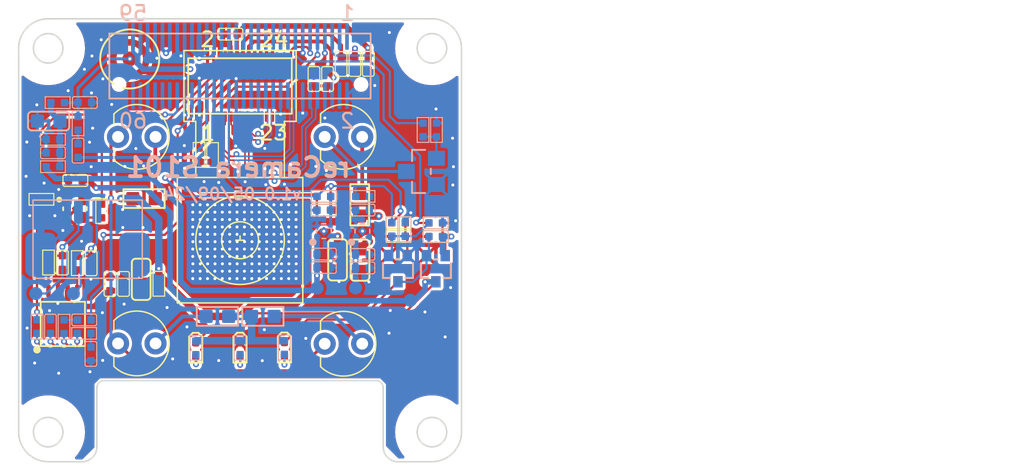
<source format=kicad_pcb>
(kicad_pcb (version 20240108) (generator "pcbnew") (generator_version "8.0")
  (layers (0 "F.Cu" signal) (1 "In1.Cu" signal) (2 "In2.Cu" signal) (31 "B.Cu" signal) (34 "B.Paste" user) (35 "F.Paste" user) (36 "B.SilkS" user "B.Silkscreen") (37 "F.SilkS" user "F.Silkscreen") (38 "B.Mask" user) (39 "F.Mask" user) (44 "Edge.Cuts" user))
  (net 0 "")
  (net 2 "LIGHT_SENSE")
  (net 3 "GND")
  (net 5 "VIN")
  (net 6 "CAM_I2C2_SCL")
  (net 7 "CAM_RX0_CLKN")
  (net 9 "CAM_RX0_4N")
  (net 11 "CAM_RX0_3P")
  (net 13 "CAM_EN")
  (net 14 "WH_PWM")
  (net 15 "CAM_RX0_3N")
  (net 16 "CAM_RX0_1N")
  (net 17 "CAM_RX0_CLKP")
  (net 18 "GPIO15{slash}IR_CUT")
  (net 19 "IR_PWM")
  (net 20 "CAM_I2C2_SDA")
  (net 24 "CAM_RX0_4P")
  (net 25 "RESERVE2")
  (net 26 "AUD_AOUTR")
  (net 27 "AUD_MIC")
  (net 28 "CAM_RX0_1P")
  (net 29 "RESERVE1")
  (net 30 "CAM_RX0_0P")
  (net 31 "CAM_RX0_0N")
  (net 32 "Net-(MIC1-+)")
  (net 33 "Net-(C2-Pad1)")
  (net 34 "Net-(C4-Pad2)")
  (net 35 "CAM_2V8")
  (net 36 "3V3")
  (net 37 "Net-(C18-Pad2)")
  (net 40 "CAM_1V8")
  (net 41 "CAM_1V5")
  (net 44 "Net-(Q2-G)")
  (net 46 "Net-(Q2-D)")
  (net 55 "Net-(U1-EN)")
  (net 56 "1V8")
  (net 57 "/24MHz")
  (net 58 "Net-(C19-Pad2)")
  (net 59 "Net-(U3-VCC)")
  (net 60 "Net-(U3-Bypass)")
  (net 61 "Net-(TP5-T)")
  (net 62 "Net-(TP6-T)")
  (net 63 "Net-(Q1-D)")
  (net 64 "Net-(D1-Pad1)")
  (net 65 "Net-(D2-Pad1)")
  (net 66 "Net-(D3-Pad1)")
  (net 67 "Net-(D4-Pad1)")
  (net 68 "Net-(J2-Pad24)")
  (net 69 "Net-(Q1-G)")
  (net 70 "Net-(X1-ENABLE)")
  (net 71 "Net-(U2-EN)")
  (net 72 "Net-(U3-INP)")
  (net 73 "Net-(U3-INN)")
  (net 74 "Net-(U3-CTRL)")
  (net 75 "Net-(U3-VoN)")
  (net 76 "Net-(U3-VoP)")
  (net 77 "Net-(X1-CLK)")
  (net 78 "Net-(D5-+)")
  (net 79 "Net-(D6--)")
  (net 80 "Net-(D6-+)")
  (net 81 "Net-(D7--)")
  (net 82 "Net-(D7-+)")
  (net 83 "Net-(Q4-G)")
  (net 84 "Net-(Q5-G)")
  (footprint "Resistor:R0603" (layer "F.Cu") (at 128.11 71.6 -90)
    (property "Reference" "R20")
    (property "Value" "100R")
  )
  (footprint "Capacitor:C0603" (layer "F.Cu") (at 128.13 75.35 -90)
    (property "Reference" "C5")
    (property "Value" "4.7uF")
  )
  (footprint "Capacitor:C0402" (layer "F.Cu") (at 109.92 75.56 -90)
    (property "Reference" "C25")
    (property "Value" "1nF")
  )
  (footprint "Crystal:X4-SMD-2.0X1.6MM" (layer "F.Cu") (at 108.82165 71.86 -90)
    (property "Reference" "X1")
    (property "Value" "24MHz")
  )
  (footprint "Resistor:R0402" (layer "F.Cu") (at 118.14 68.23 -90)
    (property "Reference" "R11")
    (property "Value" "4.7K")
  )
  (footprint "Capacitor:C0402" (layer "F.Cu") (at 119.35 60.04 180)
    (property "Reference" "C7")
    (property "Value" "100nF")
  )
  (footprint "Diode:LED2-2.54-4.15MM" (layer "F.Cu") (at 113.008086 67 180)
    (property "Reference" "D3")
    (property "Value" "White")
  )
  (footprint "Capacitor:C0402" (layer "F.Cu") (at 126.850692 62.06 -90)
    (property "Reference" "C16")
    (property "Value" "1uF")
  )
  (footprint "Resistor:R0402" (layer "F.Cu") (at 117.23 68.22 -90)
    (property "Reference" "R6")
    (property "Value" "4.7K")
  )
  (footprint "Diode:LED-0402" (layer "F.Cu") (at 123.01 81.397 -90)
    (property "Reference" "D7")
    (property "Value" "Blue")
  )
  (footprint "Resistor:R0402" (layer "F.Cu") (at 133.26 72.83)
    (property "Reference" "R31")
    (property "Value" "1K")
  )
  (footprint "Capacitor:C0402" (layer "F.Cu") (at 125.93 63.08 -90)
    (property "Reference" "C9")
    (property "Value" "100nF")
  )
  (footprint "Resistor:R0402" (layer "F.Cu") (at 114.5 76.95 -90)
    (property "Reference" "R14")
    (property "Value" "0R")
  )
  (footprint "Resistor:R0402" (layer "F.Cu") (at 130.740002 72.82)
    (property "Reference" "R26")
    (property "Value" "1K")
  )
  (footprint "Capacitor:C0603" (layer "F.Cu") (at 113.31 76.65 90)
    (property "Reference" "C20")
    (property "Value" "10uF")
  )
  (footprint "Misc:MIC-5P-SMD-4X4MM" (layer "F.Cu") (at 112.53 61.72 90)
    (property "Reference" "MIC1")
    (property "Value" "B4013AM422-42")
  )
  (footprint "Connector:BTB2x12P_0d4_7_02x3_76x0_9mm" (layer "F.Cu") (at 120 63.550556)
    (property "Reference" "J2")
    (property "Value" "DF30FC-24DS-0.4V")
  )
  (footprint "Resistor:R0402" (layer "F.Cu") (at 108.98 75.55 90)
    (property "Reference" "R16")
    (property "Value" "0R")
  )
  (footprint "Ic:MSOP8-0.65-3X3X1MM" (layer "F.Cu") (at 108 79.67)
    (property "Reference" "U3")
    (property "Value" "NS4150B")
  )
  (footprint "Resistor:R0402" (layer "F.Cu") (at 125.68 71.036306 180)
    (property "Reference" "R8")
    (property "Value" "0R")
  )
  (footprint "Resistor:R0402" (layer "F.Cu") (at 130.740002 73.74)
    (property "Reference" "R28")
    (property "Value" "47K")
  )
  (footprint "Capacitor:C0402" (layer "F.Cu") (at 128.690692 62.05 -90)
    (property "Reference" "C15")
    (property "Value" "1uF")
  )
  (footprint "Diode:LED-0402" (layer "F.Cu") (at 117 81.417 -90)
    (property "Reference" "D6")
    (property "Value" "Red")
  )
  (footprint "Mosfet:SOT-323" (layer "F.Cu") (at 133.27 75.93 90)
    (property "Reference" "Q5")
    (property "Value" "LBSS138WT1G")
  )
  (footprint "Capacitor:C0402" (layer "F.Cu") (at 111.19 76.96 90)
    (property "Reference" "C21")
    (property "Value" "100nF")
  )
  (footprint "Resistor:R0402" (layer "F.Cu") (at 107.03 75.51 90)
    (property "Reference" "R17")
    (property "Value" "0R")
  )
  (footprint "Resistor:R0402" (layer "F.Cu") (at 125.67 71.96 180)
    (property "Reference" "R7")
    (property "Value" "10K")
  )
  (footprint "Capacitor:C0402" (layer "F.Cu") (at 112.11 76.96 90)
    (property "Reference" "C22")
    (property "Value" "1uF")
  )
  (footprint "Resistor:R0402" (layer "F.Cu") (at 106.55 71.23 180)
    (property "Reference" "R9")
    (property "Value" "1K")
  )
  (footprint "Diode:LED2-2.54-4.15MM" (layer "F.Cu") (at 127.009043 67 180)
    (property "Reference" "D1")
    (property "Value" "White")
  )
  (footprint "Diode:LED-0402" (layer "F.Cu") (at 120 81.41 -90)
    (property "Reference" "D5")
    (property "Value" "Green")
  )
  (footprint "Capacitor:C0402" (layer "F.Cu") (at 125.010692 63.08 -90)
    (property "Reference" "C17")
    (property "Value" "1uF")
  )
  (footprint "Misc:TP-D35MIL" (layer "F.Cu") (at 111.93 74.86)
    (property "Reference" "TP7" (hide yes))
    (property "Value" "Test Point" (hide yes))
  )
  (footprint "Capacitor:C0603" (layer "F.Cu") (at 126.61 75.33 -90)
    (property "Reference" "C12")
    (property "Value" "4.7uF")
  )
  (footprint "Resistor:R0402" (layer "F.Cu") (at 110.63 72.02 90)
    (property "Reference" "R18")
    (property "Value" "0R")
  )
  (footprint "Mosfet:SOT-323" (layer "F.Cu") (at 130.7 75.92 90)
    (property "Reference" "Q4")
    (property "Value" "LBSS138WT1G")
  )
  (footprint "Resistor:R0603" (layer "F.Cu") (at 113.5 71.18 180)
    (property "Reference" "R27")
    (property "Value" "100R")
  )
  (footprint "Capacitor:C0402" (layer "F.Cu") (at 108.85 69.96 180)
    (property "Reference" "C10")
    (property "Value" "1uF")
  )
  (footprint "Resistor:R0402" (layer "F.Cu") (at 133.26 73.75)
    (property "Reference" "R32")
    (property "Value" "47K")
  )
  (footprint "Capacitor:C0402" (layer "F.Cu") (at 127.780692 62.06 -90)
    (property "Reference" "C8")
    (property "Value" "100nF")
  )
  (footprint "Diode:LED2-2.54-4.15MM" (layer "F.Cu") (at 113.009043 80.990957 180)
    (property "Reference" "D4")
    (property "Value" "White")
  )
  (footprint "Capacitor:C0402" (layer "F.Cu") (at 107.97 75.51 -90)
    (property "Reference" "C24")
    (property "Value" "1nF")
  )
  (footprint "Diode:LED2-2.54-4.15MM" (layer "F.Cu") (at 127.009043 81.010957 180)
    (property "Reference" "D2")
    (property "Value" "White")
  )
  (footprint "Mosfet:SOT23" (layer "B.Cu") (at 132.29 69.34)
    (property "Reference" "Q1")
    (property "Value" "CJ2302")
  )
  (footprint "Resistor:R0402" (layer "B.Cu") (at 130.29 73.26 -90)
    (property "Reference" "R25")
    (property "Value" "1K")
  )
  (footprint "Capacitor:C0402" (layer "B.Cu") (at 109.49 64.67)
    (property "Reference" "C1")
    (property "Value" "100pF")
  )
  (footprint "Resistor:R0603" (layer "B.Cu") (at 118.47 79.16)
    (property "Reference" "R30")
    (property "Value" "100R")
  )
  (footprint "Resistor:R0402" (layer "B.Cu") (at 133.26 73.75)
    (property "Reference" "R22")
    (property "Value" "100K")
  )
  (footprint "Capacitor:C0402" (layer "B.Cu") (at 125.68 74.94)
    (property "Reference" "C11")
    (property "Value" "100nF")
  )
  (footprint "Resistor:R0402" (layer "B.Cu") (at 133.31 66.53 -90)
    (property "Reference" "R21")
    (property "Value" "47K")
  )
  (footprint "Capacitor:C0402" (layer "B.Cu") (at 128.29 74.96)
    (property "Reference" "C13")
    (property "Value" "100nF")
  )
  (footprint "Capacitor:C0402" (layer "B.Cu") (at 128.3 71.96 180)
    (property "Reference" "C28")
    (property "Value" "100nF")
  )
  (footprint "Misc:TP-D35MIL" (layer "B.Cu") (at 131.55 79.77 -90)
    (property "Reference" "TP4")
    (property "Value" "Test Point" (hide yes))
  )
  (footprint "Misc:TP-D35MIL" (layer "B.Cu") (at 131.59 82.07 -90)
    (property "Reference" "TP3")
    (property "Value" "Test Point" (hide yes))
  )
  (footprint "Capacitor:C0402" (layer "B.Cu") (at 109.03 67.93 90)
    (property "Reference" "C4")
    (property "Value" "2.2uF")
  )
  (footprint "Resistor:R0402" (layer "B.Cu") (at 125.68 71.03 180)
    (property "Reference" "R5")
    (property "Value" "1K")
  )
  (footprint "Connector:GH2-1.25-7.4X5.3X3.5MM" (layer "B.Cu") (at 109.68 71.28)
    (property "Reference" "J3")
    (property "Value" "1.25-2A-WT")
  )
  (footprint "Mosfet:SOT-323" (layer "B.Cu") (at 130.699998 75.93 90)
    (property "Reference" "Q2")
    (property "Value" "LBSS138WT1G")
  )
  (footprint "Misc:TP-D35MIL" (layer "B.Cu") (at 125.22 77.24 -90)
    (property "Reference" "TP1")
    (property "Value" "Test Point" (hide yes))
  )
  (footprint "Resistor:R0402" (layer "B.Cu") (at 108.08 79.86 -90)
    (property "Reference" "R12")
    (property "Value" "30K")
  )
  (footprint "Capacitor:C0402" (layer "B.Cu") (at 128.29 75.88)
    (property "Reference" "C14")
    (property "Value" "10uF")
  )
  (footprint "Misc:TP-D35MIL" (layer "B.Cu") (at 127.83 77.23 -90)
    (property "Reference" "TP2")
    (property "Value" "Test Point" (hide yes))
  )
  (footprint "Capacitor:C0402" (layer "B.Cu") (at 107.16 79.85 90)
    (property "Reference" "C23")
    (property "Value" "100nF")
  )
  (footprint "Resistor:R0402" (layer "B.Cu") (at 109.44 80.31 180)
    (property "Reference" "R13")
    (property "Value" "30K")
  )
  (footprint "Resistor:R0402" (layer "B.Cu") (at 131.19 73.26 -90)
    (property "Reference" "R23")
    (property "Value" "100K")
  )
  (footprint "Capacitor:C0603" (layer "B.Cu") (at 107.04 65.93 180)
    (property "Reference" "C2")
    (property "Value" "22uF")
  )
  (footprint "Resistor:R0402" (layer "B.Cu") (at 109.03 66.08 -90)
    (property "Reference" "R2")
    (property "Value" "33R")
  )
  (footprint "Resistor:R0402" (layer "B.Cu") (at 120.007 81.283 90)
    (property "Reference" "R34")
    (property "Value" "1K")
  )
  (footprint "Resistor:R0402" (layer "B.Cu") (at 107.65 64.68)
    (property "Reference" "R1")
    (property "Value" "2K")
  )
  (footprint "Ic:X2SON4-0.625-1x1x0.6mm" (layer "B.Cu") (at 128.292 73.384)
    (property "Reference" "U2")
    (property "Value" "SGM2036S-1.5XXDH4G/TR")
  )
  (footprint "Resistor:R0402" (layer "B.Cu") (at 123.01 81.27 90)
    (property "Reference" "R33")
    (property "Value" "1K")
  )
  (footprint "Resistor:R0402" (layer "B.Cu") (at 106.25 79.85 90)
    (property "Reference" "R15")
    (property "Value" "10K")
  )
  (footprint "Ic:X2SON4-0.625-1x1x0.6mm" (layer "B.Cu") (at 125.682 73.384)
    (property "Reference" "U1")
    (property "Value" "SGM2036S-2.8XXDH4G/TR")
  )
  (footprint "Resistor:R0402" (layer "B.Cu") (at 107.33 67.17)
    (property "Reference" "R3")
    (property "Value" "1K")
  )
  (footprint "Capacitor:C0402" (layer "B.Cu") (at 125.68 75.85)
    (property "Reference" "C6")
    (property "Value" "10uF")
  )
  (footprint "Resistor:R0402" (layer "B.Cu") (at 128.3 71.03 180)
    (property "Reference" "R10")
    (property "Value" "100K")
  )
  (footprint "Resistor:R0402" (layer "B.Cu") (at 132.4 66.53 -90)
    (property "Reference" "R19")
    (property "Value" "1K")
  )
  (footprint "Mosfet:SOT-323" (layer "B.Cu") (at 133.269998 75.93 90)
    (property "Reference" "Q3")
    (property "Value" "CJ2101")
  )
  (footprint "Capacitor:C0402" (layer "B.Cu") (at 133.26 72.83)
    (property "Reference" "C26")
    (property "Value" "100nF")
  )
  (footprint "Connector:BTB60-Male-Female-0.5-17.7x4.4mm" (layer "B.Cu") (at 120 62.2 180)
    (property "Reference" "J1")
    (property "Value" "ST-BTB-058060-B")
  )
  (footprint "Misc:TP-D35MIL" (layer "B.Cu") (at 108.71 77.61 180)
    (property "Reference" "TP6" (hide yes))
    (property "Value" "Test Point" (hide yes))
  )
  (footprint "Resistor:R0603" (layer "B.Cu") (at 121.55 79.16 180)
    (property "Reference" "R24")
    (property "Value" "100R")
  )
  (footprint "Capacitor:C0402" (layer "B.Cu") (at 109.45 79.4 180)
    (property "Reference" "C18")
    (property "Value" "2.2uF")
  )
  (footprint "Capacitor:C0402" (layer "B.Cu") (at 109.9 81.7 90)
    (property "Reference" "C19")
    (property "Value" "2.2uF")
  )
  (footprint "Misc:TP-D35MIL" (layer "B.Cu") (at 131.54 78.07 180)
    (property "Reference" "TP8" (hide yes))
    (property "Value" "Test Point" (hide yes))
  )
  (footprint "Resistor:R0402" (layer "B.Cu") (at 107.33 69.02 180)
    (property "Reference" "R4")
    (property "Value" "470R")
  )
  (footprint "Misc:TP-D35MIL" (layer "B.Cu") (at 106.17 77.61 180)
    (property "Reference" "TP5" (hide yes))
    (property "Value" "Test Point" (hide yes))
  )
  (footprint "Capacitor:C0402" (layer "B.Cu") (at 107.33 68.08 180)
    (property "Reference" "C3")
    (property "Value" "100nF")
  )
  (footprint "Capacitor:C0402" (layer "B.Cu") (at 125.68 71.96 180)
    (property "Reference" "C27")
    (property "Value" "100nF")
  )
  (footprint "Resistor:R0402" (layer "B.Cu") (at 117.01 81.29 90)
    (property "Reference" "R29")
    (property "Value" "1K")
  )
  (gr_line (start 119.721242 74) (end 120.005001 74) (stroke (width 0.1)) (layer "F.SilkS"))
  (gr_line (start 115.755001 78.25) (end 124.255001 78.25) (stroke (width 0.1)) (layer "F.SilkS"))
  (gr_line (start 120.005001 73.71021) (end 120.005001 74) (stroke (width 0.1)) (layer "F.SilkS"))
  (gr_line (start 124.255001 78.25) (end 124.255001 69.75) (stroke (width 0.1)) (layer "F.SilkS"))
  (gr_line (start 116.205001 65.95) (end 116.205001 61.15) (stroke (width 0.1)) (layer "F.SilkS"))
  (gr_line (start 116.205001 61.15) (end 123.805001 61.15) (stroke (width 0.1)) (layer "F.SilkS"))
  (gr_circle (center 120.005001 74) (end 123.005001 74) (stroke (width 0.1)) (fill none) (layer "F.SilkS"))
  (gr_line (start 123.805001 65.95) (end 123.005001 65.95) (stroke (width 0.1)) (layer "F.SilkS"))
  (gr_line (start 123.805001 61.15) (end 123.805001 65.95) (stroke (width 0.1)) (layer "F.SilkS"))
  (gr_line (start 123.005001 65.95) (end 123.005001 69.75) (stroke (width 0.1)) (layer "F.SilkS"))
  (gr_line (start 124.255001 69.75) (end 115.755001 69.75) (stroke (width 0.1)) (layer "F.SilkS"))
  (gr_circle (center 120.005001 74) (end 121.255001 74) (stroke (width 0.1)) (fill none) (layer "F.SilkS"))
  (gr_line (start 119.721242 74) (end 120.005001 74) (stroke (width 0.1)) (layer "F.SilkS"))
  (gr_line (start 117.005001 69.75) (end 117.005001 65.95) (stroke (width 0.1)) (layer "F.SilkS"))
  (gr_line (start 115.755001 69.75) (end 115.755001 78.25) (stroke (width 0.1)) (layer "F.SilkS"))
  (gr_line (start 117.005001 65.95) (end 116.205001 65.95) (stroke (width 0.1)) (layer "F.SilkS"))
  (gr_line (start 120.288759 74) (end 120.005001 74) (stroke (width 0.1)) (layer "F.SilkS"))
  (gr_arc (start 130.704212 89.004214) (mid 129.997107 88.711321) (end 129.704214 88.004216) (stroke (width 0.1)) (layer "Edge.Cuts"))
  (gr_arc (start 107.004999 89) (mid 105.594513 88.417942) (end 105.005001 87.010556) (stroke (width 0.1)) (layer "Edge.Cuts"))
  (gr_circle (center 107.005001 61) (end 108.005001 61) (stroke (width 0.1)) (fill none) (layer "Edge.Cuts"))
  (gr_line (start 105.005001 60.999973) (end 105.005001 87.010556) (stroke (width 0.1)) (layer "Edge.Cuts"))
  (gr_arc (start 110.304214 88.004211) (mid 110.01132 88.71132) (end 109.30421 89.004214) (stroke (width 0.1)) (layer "Edge.Cuts"))
  (gr_arc (start 110.304214 84.004215) (mid 110.450661 83.650661) (end 110.804215 83.504214) (stroke (width 0.1)) (layer "Edge.Cuts"))
  (gr_line (start 107.004214 89.004214) (end 109.30421 89.004214) (stroke (width 0.1)) (layer "Edge.Cuts"))
  (gr_line (start 110.804215 83.504214) (end 129.204213 83.504214) (stroke (width 0.1)) (layer "Edge.Cuts"))
  (gr_circle (center 133.005001 87) (end 134.005001 87) (stroke (width 0.1)) (fill none) (layer "Edge.Cuts"))
  (gr_arc (start 105.005001 60.999973) (mid 105.587256 59.5893) (end 106.995 59) (stroke (width 0.1)) (layer "Edge.Cuts"))
  (gr_arc (start 133.004999 59) (mid 134.419203 59.585788) (end 135.005001 61) (stroke (width 0.1)) (layer "Edge.Cuts"))
  (gr_circle (center 133.005001 61) (end 134.005001 61) (stroke (width 0.1)) (fill none) (layer "Edge.Cuts"))
  (gr_circle (center 107.005001 87) (end 108.005001 87) (stroke (width 0.1)) (fill none) (layer "Edge.Cuts"))
  (gr_arc (start 135.005001 86.999973) (mid 134.419214 88.414188) (end 133.004999 88.999975) (stroke (width 0.1)) (layer "Edge.Cuts"))
  (gr_line (start 129.704214 88.004216) (end 129.704214 84.004215) (stroke (width 0.1)) (layer "Edge.Cuts"))
  (gr_arc (start 129.204213 83.504214) (mid 129.557767 83.650661) (end 129.704214 84.004215) (stroke (width 0.1)) (layer "Edge.Cuts"))
  (gr_line (start 135.005001 86.999973) (end 135.005001 61) (stroke (width 0.1)) (layer "Edge.Cuts"))
  (gr_line (start 110.304214 88.004211) (end 110.304214 84.004215) (stroke (width 0.1)) (layer "Edge.Cuts"))
  (gr_line (start 133.004999 59) (end 106.995 59) (stroke (width 0.1)) (layer "Edge.Cuts"))
  (gr_line (start 130.704212 89.004214) (end 133.004215 89.004214) (stroke (width 0.1)) (layer "Edge.Cuts"))
  (gr_text " reCamera S101" (at 128.63 69.83 0) (layer "B.SilkS") (effects (font (size 1.3 1.3) (thickness 0.26) (bold yes)) (justify left bottom mirror)))
  (gr_text "v1.0 05/09/24" (at 124.25 71.34 0) (layer "B.SilkS") (effects (font (size 0.8 0.8) (thickness 0.15) (bold yes)) (justify left bottom mirror)))
  (segment (start 120.01 80.9345) (end 120.01 80.93) (width 0.1524) (layer "F.Cu") (net 3))
  (segment (start 107.78 76.68) (end 107.97 76.49) (width 0.508) (layer "F.Cu") (net 3))
  (segment (start 126.1325 71.96) (end 126.79 71.96) (width 0.508) (layer "F.Cu") (net 3))
  (segment (start 117.8 61.470556) (end 117.8 60.77) (width 0.2032) (layer "F.Cu") (net 3))
  (segment (start 107.78 76.68) (end 107.675 76.785) (width 0.254) (layer "F.Cu") (net 3))
  (segment (start 118.6 61.470556) (end 118.6 60.77) (width 0.2032) (layer "F.Cu") (net 3))
  (segment (start 107.675 78.265) (end 107.66 78.28) (width 0.254) (layer "F.Cu") (net 3))
  (segment (start 117.8 62.11) (end 117.47 62.44) (width 0.2032) (layer "F.Cu") (net 3))
  (segment (start 119.4 61.470556) (end 119.4 60.86) (width 0.2032) (layer "F.Cu") (net 3))
  (segment (start 107.675 77.445) (end 107.675 78.265) (width 0.254) (layer "F.Cu") (net 3))
  (segment (start 119.4 60.86) (end 119.21 60.67) (width 0.2032) (layer "F.Cu") (net 3))
  (segment (start 113.85 60.1005) (end 113.85 60.1) (width 0.254) (layer "F.Cu") (net 3))
  (segment (start 107.675 76.785) (end 107.675 77.445) (width 0.254) (layer "F.Cu") (net 3))
  (segment (start 107.97 76.49) (end 107.97 75.9725) (width 0.508) (layer "F.Cu") (net 3))
  (segment (start 113.165 60.7855) (end 113.85 60.1005) (width 0.254) (layer "F.Cu") (net 3))
  (segment (start 117.8 61.470556) (end 117.8 62.11) (width 0.2032) (layer "F.Cu") (net 3))
  (via (at 119.85 69.35) (size 0.4064) (drill 0.2032) (layers "F.Cu" "B.Cu") (net 3))
  (via (at 119.3 73.6) (size 0.4064) (drill 0.2032) (layers "F.Cu" "B.Cu") (net 3))
  (via (at 116.25 63.03) (size 0.4064) (drill 0.2032) (layers "F.Cu" "B.Cu") (net 3))
  (via (at 112.06 73.14) (size 0.4064) (drill 0.2032) (layers "F.Cu" "B.Cu") (net 3))
  (via (at 120.3 72.6) (size 0.4064) (drill 0.2032) (layers "F.Cu" "B.Cu") (net 3))
  (via (at 122.3 75.1) (size 0.4064) (drill 0.2032) (layers "F.Cu" "B.Cu") (net 3))
  (via (at 117.8 76.6) (size 0.4064) (drill 0.2032) (layers "F.Cu" "B.Cu") (net 3))
  (via (at 118.8 72.1) (size 0.4064) (drill 0.2032) (layers "F.Cu" "B.Cu") (net 3))
  (via (at 116.8 73.1) (size 0.4064) (drill 0.2032) (layers "F.Cu" "B.Cu") (net 3))
  (via (at 125.14 69) (size 0.4064) (drill 0.2032) (layers "F.Cu" "B.Cu") (net 3))
  (via (at 123.8 72.1) (size 0.4064) (drill 0.2032) (layers "F.Cu" "B.Cu") (net 3))
  (via (at 123.3 76.1) (size 0.4064) (drill 0.2032) (layers "F.Cu" "B.Cu") (net 3))
  (via (at 118.3 75.1) (size 0.4064) (drill 0.2032) (layers "F.Cu" "B.Cu") (net 3))
  (via (at 117.8 74.6) (size 0.4064) (drill 0.2032) (layers "F.Cu" "B.Cu") (net 3))
  (via (at 119.74 63.05) (size 0.4064) (drill 0.2032) (layers "F.Cu" "B.Cu") (net 3))
  (via (at 105.75 72.34) (size 0.4064) (drill 0.2032) (layers "F.Cu" "B.Cu") (net 3))
  (via (at 123.8 74.6) (size 0.4064) (drill 0.2032) (layers "F.Cu" "B.Cu") (net 3))
  (via (at 120.8 76.6) (size 0.4064) (drill 0.2032) (layers "F.Cu" "B.Cu") (net 3))
  (via (at 112.2 69) (size 0.4064) (drill 0.2032) (layers "F.Cu" "B.Cu") (net 3))
  (via (at 120.3 73.6) (size 0.4064) (drill 0.2032) (layers "F.Cu" "B.Cu") (net 3))
  (via (at 105.51 69.67) (size 0.4064) (drill 0.2032) (layers "F.Cu" "B.Cu") (net 3))
  (via (at 121.3 75.1) (size 0.4064) (drill 0.2032) (layers "F.Cu" "B.Cu") (net 3))
  (via (at 109.97 61.52) (size 0.4064) (drill 0.2032) (layers "F.Cu" "B.Cu") (net 3))
  (via (at 125.68 73.39) (size 0.4064) (drill 0.2032) (layers "F.Cu" "B.Cu") (net 3))
  (via (at 123.81 74.1) (size 0.4064) (drill 0.2032) (layers "F.Cu" "B.Cu") (net 3))
  (via (at 122.3 72.6) (size 0.4064) (drill 0.2032) (layers "F.Cu" "B.Cu") (net 3))
  (via (at 133.9 80.55) (size 0.4064) (drill 0.2032) (layers "F.Cu" "B.Cu") (net 3))
  (via (at 116.25 65.51) (size 0.4064) (drill 0.2032) (layers "F.Cu" "B.Cu") (net 3))
  (via (at 134.61 72.68) (size 0.4064) (drill 0.2032) (layers "F.Cu" "B.Cu") (net 3))
  (via (at 118.56 82.15) (size 0.4064) (drill 0.2032) (layers "F.Cu" "B.Cu") (net 3))
  (via (at 121.68 67.78) (size 0.4064) (drill 0.2032) (layers "F.Cu" "B.Cu") (net 3))
  (via (at 122.81 75.6) (size 0.4064) (drill 0.2032) (layers "F.Cu" "B.Cu") (net 3))
  (via (at 109.81 67.36) (size 0.4064) (drill 0.2032) (layers "F.Cu" "B.Cu") (net 3))
  (via (at 122.8 72.6) (size 0.4064) (drill 0.2032) (layers "F.Cu" "B.Cu") (net 3))
  (via (at 113.47 68.97) (size 0.4064) (drill 0.2032) (layers "F.Cu" "B.Cu") (net 3))
  (via (at 119.8 75.1) (size 0.4064) (drill 0.2032) (layers "F.Cu" "B.Cu") (net 3))
  (via (at 116.8 73.6) (size 0.4064) (drill 0.2032) (layers "F.Cu" "B.Cu") (net 3))
  (via (at 118.3 76.6) (size 0.4064) (drill 0.2032) (layers "F.Cu" "B.Cu") (net 3))
  (via (at 117.3 72.1) (size 0.4064) (drill 0.2032) (layers "F.Cu" "B.Cu") (net 3))
  (via (at 109.94 64.02) (size 0.4064) (drill 0.2032) (layers "F.Cu" "B.Cu") (net 3))
  (via (at 107.1 78.77) (size 0.4064) (drill 0.2032) (layers "F.Cu" "B.Cu") (net 3))
  (via (at 118.3 73.6) (size 0.4064) (drill 0.2032) (layers "F.Cu" "B.Cu") (net 3))
  (via (at 129.13 63.52) (size 0.4064) (drill 0.2032) (layers "F.Cu" "B.Cu") (net 3))
  (via (at 117.8 75.1) (size 0.4064) (drill 0.2032) (layers "F.Cu" "B.Cu") (net 3))
  (via (at 121.8 74.6) (size 0.4064) (drill 0.2032) (layers "F.Cu" "B.Cu") (net 3))
  (via (at 117.3 72.6) (size 0.4064) (drill 0.2032) (layers "F.Cu" "B.Cu") (net 3))
  (via (at 131.57 72.14) (size 0.4064) (drill 0.2032) (layers "F.Cu" "B.Cu") (net 3))
  (via (at 134.46 69.02) (size 0.4064) (drill 0.2032) (layers "F.Cu" "B.Cu") (net 3))
  (via (at 109.92 69.02) (size 0.4064) (drill 0.2032) (layers "F.Cu" "B.Cu") (net 3))
  (via (at 121.31 75.6) (size 0.4064) (drill 0.2032) (layers "F.Cu" "B.Cu") (net 3))
  (via (at 109.46 62.42) (size 0.4064) (drill 0.2032) (layers "F.Cu" "B.Cu") (net 3))
  (via (at 118.31 75.6) (size 0.4064) (drill 0.2032) (layers "F.Cu" "B.Cu") (net 3))
  (via (at 126.14 75.4) (size 0.4064) (drill 0.2032) (layers "F.Cu" "B.Cu") (net 3))
  (via (at 120.3 75.1) (size 0.4064) (drill 0.2032) (layers "F.Cu" "B.Cu") (net 3))
  (via (at 112.05 71.92) (size 0.4064) (drill 0.2032) (layers "F.Cu" "B.Cu") (net 3))
  (via (at 116.23 67.59) (size 0.4064) (drill 0.2032) (layers "F.Cu" "B.Cu") (net 3))
  (via (at 119.31 75.6) (size 0.4064) (drill 0.2032) (layers "F.Cu" "B.Cu") (net 3))
  (via (at 121.8 72.1) (size 0.4064) (drill 0.2032) (layers "F.Cu" "B.Cu") (net 3))
  (via (at 123.3 74.6) (size 0.4064) (drill 0.2032) (layers "F.Cu" "B.Cu") (net 3))
  (via (at 120.81 75.6) (size 0.4064) (drill 0.2032) (layers "F.Cu" "B.Cu") (net 3))
  (via (at 120.8 76.1) (size 0.4064) (drill 0.2032) (layers "F.Cu" "B.Cu") (net 3))
  (via (at 121.8 76.6) (size 0.4064) (drill 0.2032) (layers "F.Cu" "B.Cu") (net 3))
  (via (at 122.3 76.6) (size 0.4064) (drill 0.2032) (layers "F.Cu" "B.Cu") (net 3))
  (via (at 121.69 69.15) (size 0.4064) (drill 0.2032) (layers "F.Cu" "B.Cu") (net 3))
  (via (at 109.27 74.07) (size 0.4064) (drill 0.2032) (layers "F.Cu" "B.Cu") (net 3))
  (via (at 128.3 73.38) (size 0.4064) (drill 0.2032) (layers "F.Cu" "B.Cu") (net 3))
  (via (at 122.68 66.86) (size 0.4064) (drill 0.2032) (layers "F.Cu" "B.Cu") (net 3))
  (via (at 119.71 67.62) (size 0.4064) (drill 0.2032) (layers "F.Cu" "B.Cu") (net 3))
  (via (at 123.3 72.6) (size 0.4064) (drill 0.2032) (layers "F.Cu" "B.Cu") (net 3))
  (via (at 117.8 73.6) (size 0.4064) (drill 0.2032) (layers "F.Cu" "B.Cu") (net 3))
  (via (at 118.8 76.1) (size 0.4064) (drill 0.2032) (layers "F.Cu" "B.Cu") (net 3))
  (via (at 122.3 74.6) (size 0.4064) (drill 0.2032) (layers "F.Cu" "B.Cu") (net 3))
  (via (at 120.8 75.1) (size 0.4064) (drill 0.2032) (layers "F.Cu" "B.Cu") (net 3))
  (via (at 120.8 72.6) (size 0.4064) (drill 0.2032) (layers "F.Cu" "B.Cu") (net 3))
  (via (at 118.56 70.09) (size 0.4064) (drill 0.2032) (layers "F.Cu" "B.Cu") (net 3))
  (via (at 125.75 61.33) (size 0.4064) (drill 0.2032) (layers "F.Cu" "B.Cu") (net 3))
  (via (at 118.8 76.6) (size 0.4064) (drill 0.2032) (layers "F.Cu" "B.Cu") (net 3))
  (via (at 118.81 75.6) (size 0.4064) (drill 0.2032) (layers "F.Cu" "B.Cu") (net 3))
  (via (at 109.9 76.64) (size 0.4064) (drill 0.2032) (layers "F.Cu" "B.Cu") (net 3))
  (via (at 108 73.34) (size 0.4064) (drill 0.2032) (layers "F.Cu" "B.Cu") (net 3))
  (via (at 116.8 75.1) (size 0.4064) (drill 0.2032) (layers "F.Cu" "B.Cu") (net 3))
  (via (at 118.8 73.1) (size 0.4064) (drill 0.2032) (layers "F.Cu" "B.Cu") (net 3))
  (via (at 119.8 73.1) (size 0.4064) (drill 0.2032) (layers "F.Cu" "B.Cu") (net 3))
  (via (at 121.3 72.1) (size 0.4064) (drill 0.2032) (layers "F.Cu" "B.Cu") (net 3))
  (via (at 121.81 75.6) (size 0.4064) (drill 0.2032) (layers "F.Cu" "B.Cu") (net 3))
  (via (at 106.86 67.63) (size 0.4064) (drill 0.2032) (layers "F.Cu" "B.Cu") (net 3))
  (via (at 106.24 64.83) (size 0.4064) (drill 0.2032) (layers "F.Cu" "B.Cu") (net 3))
  (via (at 120.81 74.1) (size 0.4064) (drill 0.2032) (layers "F.Cu" "B.Cu") (net 3))
  (via (at 116 61.51) (size 0.4064) (drill 0.2032) (layers "F.Cu" "B.Cu") (net 3))
  (via (at 124.46 80.65) (size 0.4064) (drill 0.2032) (layers "F.Cu" "B.Cu") (net 3))
  (via (at 123.8 75.1) (size 0.4064) (drill 0.2032) (layers "F.Cu" "B.Cu") (net 3))
  (via (at 121.31 74.1) (size 0.4064) (drill 0.2032) (layers "F.Cu" "B.Cu") (net 3))
  (via (at 121.8 76.1) (size 0.4064) (drill 0.2032) (layers "F.Cu" "B.Cu") (net 3))
  (via (at 123.8 72.6) (size 0.4064) (drill 0.2032) (layers "F.Cu" "B.Cu") (net 3))
  (via (at 117.81 75.6) (size 0.4064) (drill 0.2032) (layers "F.Cu" "B.Cu") (net 3))
  (via (at 133.28 65.11) (size 0.4064) (drill 0.2032) (layers "F.Cu" "B.Cu") (net 3))
  (via (at 121.81 74.1) (size 0.4064) (drill 0.2032) (layers "F.Cu" "B.Cu") (net 3))
  (via (at 123.31 75.6) (size 0.4064) (drill 0.2032) (layers "F.Cu" "B.Cu") (net 3))
  (via (at 120.3 76.1) (size 0.4064) (drill 0.2032) (layers "F.Cu" "B.Cu") (net 3))
  (via (at 123.8 76.1) (size 0.4064) (drill 0.2032) (layers "F.Cu" "B.Cu") (net 3))
  (via (at 123.81 75.6) (size 0.4064) (drill 0.2032) (layers "F.Cu" "B.Cu") (net 3))
  (via (at 123.31 74.1) (size 0.4064) (drill 0.2032) (layers "F.Cu" "B.Cu") (net 3))
  (via (at 121.3 74.6) (size 0.4064) (drill 0.2032) (layers "F.Cu" "B.Cu") (net 3))
  (via (at 117.24 63.02) (size 0.4064) (drill 0.2032) (layers "F.Cu" "B.Cu") (net 3))
  (via (at 122.75 65.46) (size 0.4064) (drill 0.2032) (layers "F.Cu" "B.Cu") (net 3))
  (via (at 122.8 73.1) (size 0.4064) (drill 0.2032) (layers "F.Cu" "B.Cu") (net 3))
  (via (at 121.3 73.6) (size 0.4064) (drill 0.2032) (layers "F.Cu" "B.Cu") (net 3))
  (via (at 118.31 74.1) (size 0.4064) (drill 0.2032) (layers "F.Cu" "B.Cu") (net 3))
  (via (at 118.8 73.6) (size 0.4064) (drill 0.2032) (layers "F.Cu" "B.Cu") (net 3))
  (via (at 117.25 65.53) (size 0.4064) (drill 0.2032) (layers "F.Cu" "B.Cu") (net 3))
  (via (at 130.12 59.93) (size 0.4064) (drill 0.2032) (layers "F.Cu" "B.Cu") (net 3))
  (via (at 120.8 74.6) (size 0.4064) (drill 0.2032) (layers "F.Cu" "B.Cu") (net 3))
  (via (at 119.81 74.1) (size 0.4064) (drill 0.2032) (layers "F.Cu" "B.Cu") (net 3))
  (via (at 118.3 71.6) (size 0.4064) (drill 0.2032) (layers "F.Cu" "B.Cu") (net 3))
  (via (at 120.3 71.6) (size 0.4064) (drill 0.2032) (layers "F.Cu" "B.Cu") (net 3))
  (via (at 128.73 76.82) (size 0.4064) (drill 0.2032) (layers "F.Cu" "B.Cu") (net 3))
  (via (at 122.8 76.6) (size 0.4064) (drill 0.2032) (layers "F.Cu" "B.Cu") (net 3))
  (via (at 106.73 70.13) (size 0.4064) (drill 0.2032) (layers "F.Cu" "B.Cu") (net 3))
  (via (at 123.8 73.1) (size 0.4064) (drill 0.2032) (layers "F.Cu" "B.Cu") (net 3))
  (via (at 121.8 72.6) (size 0.4064) (drill 0.2032) (layers "F.Cu" "B.Cu") (net 3))
  (via (at 121.3 73.1) (size 0.4064) (drill 0.2032) (layers "F.Cu" "B.Cu") (net 3))
  (via (at 124.25 65.39) (size 0.4064) (drill 0.2032) (layers "F.Cu" "B.Cu") (net 3))
  (via (at 119.3 71.6) (size 0.4064) (drill 0.2032) (layers "F.Cu" "B.Cu") (net 3))
  (via (at 119.3 73.1) (size 0.4064) (drill 0.2032) (layers "F.Cu" "B.Cu") (net 3))
  (via (at 117.8 76.1) (size 0.4064) (drill 0.2032) (layers "F.Cu" "B.Cu") (net 3))
  (via (at 117.3 75.1) (size 0.4064) (drill 0.2032) (layers "F.Cu" "B.Cu") (net 3))
  (via (at 110.02 66.41) (size 0.4064) (drill 0.2032) (layers "F.Cu" "B.Cu") (net 3))
  (via (at 130.18 78.76) (size 0.4064) (drill 0.2032) (layers "F.Cu" "B.Cu") (net 3))
  (via (at 120.35 70.04) (size 0.4064) (drill 0.2032) (layers "F.Cu" "B.Cu") (net 3))
  (via (at 105.58 79.95) (size 0.4064) (drill 0.2032) (layers "F.Cu" "B.Cu") (net 3))
  (via (at 116.8 74.6) (size 0.4064) (drill 0.2032) (layers "F.Cu" "B.Cu") (net 3))
  (via (at 123.42 68.86) (size 0.4064) (drill 0.2032) (layers "F.Cu" "B.Cu") (net 3))
  (via (at 121.8 73.6) (size 0.4064) (drill 0.2032) (layers "F.Cu" "B.Cu") (net 3))
  (via (at 121.49 66.33) (size 0.4064) (drill 0.2032) (layers "F.Cu" "B.Cu") (net 3))
  (via (at 117.3 76.6) (size 0.4064) (drill 0.2032) (layers "F.Cu" "B.Cu") (net 3))
  (via (at 120.8 73.6) (size 0.4064) (drill 0.2032) (layers "F.Cu" "B.Cu") (net 3))
  (via (at 116.8 76.1) (size 0.4064) (drill 0.2032) (layers "F.Cu" "B.Cu") (net 3))
  (via (at 123.8 73.6) (size 0.4064) (drill 0.2032) (layers "F.Cu" "B.Cu") (net 3))
  (via (at 123.3 73.1) (size 0.4064) (drill 0.2032) (layers "F.Cu" "B.Cu") (net 3))
  (via (at 113.43 73.14) (size 0.4064) (drill 0.2032) (layers "F.Cu" "B.Cu") (net 3))
  (via (at 118.8 74.6) (size 0.4064) (drill 0.2032) (layers "F.Cu" "B.Cu") (net 3))
  (via (at 117.57 70.03) (size 0.4064) (drill 0.2032) (layers "F.Cu" "B.Cu") (net 3))
  (via (at 118.3 72.1) (size 0.4064) (drill 0.2032) (layers "F.Cu" "B.Cu") (net 3))
  (via (at 121.65 80.06) (size 0.4064) (drill 0.2032) (layers "F.Cu" "B.Cu") (net 3))
  (via (at 115.44 82.04) (size 0.4064) (drill 0.2032) (layers "F.Cu" "B.Cu") (net 3))
  (via (at 122.3 72.1) (size 0.4064) (drill 0.2032) (layers "F.Cu" "B.Cu") (net 3))
  (via (at 105.56 67.35) (size 0.4064) (drill 0.2032) (layers "F.Cu" "B.Cu") (net 3))
  (via (at 119.31 74.1) (size 0.4064) (drill 0.2032) (layers "F.Cu" "B.Cu") (net 3))
  (via (at 116.8 72.1) (size 0.4064) (drill 0.2032) (layers "F.Cu" "B.Cu") (net 3))
  (via (at 122.3 71.6) (size 0.4064) (drill 0.2032) (layers "F.Cu" "B.Cu") (net 3))
  (via (at 119.8 72.6) (size 0.4064) (drill 0.2032) (layers "F.Cu" "B.Cu") (net 3))
  (via (at 120.8 73.1) (size 0.4064) (drill 0.2032) (layers "F.Cu" "B.Cu") (net 3))
  (via (at 132.53 78.86) (size 0.4064) (drill 0.2032) (layers "F.Cu" "B.Cu") (net 3))
  (via (at 122.8 73.6) (size 0.4064) (drill 0.2032) (layers "F.Cu" "B.Cu") (net 3))
  (via (at 120.3 73.1) (size 0.4064) (drill 0.2032) (layers "F.Cu" "B.Cu") (net 3))
  (via (at 112.15 78.33) (size 0.4064) (drill 0.2032) (layers "F.Cu" "B.Cu") (net 3))
  (via (at 123.3 72.1) (size 0.4064) (drill 0.2032) (layers "F.Cu" "B.Cu") (net 3))
  (via (at 123.3 71.6) (size 0.4064) (drill 0.2032) (layers "F.Cu" "B.Cu") (net 3))
  (via (at 122.8 71.6) (size 0.4064) (drill 0.2032) (layers "F.Cu" "B.Cu") (net 3))
  (via (at 121.8 75.1) (size 0.4064) (drill 0.2032) (layers "F.Cu" "B.Cu") (net 3))
  (via (at 106.09 82.32) (size 0.4064) (drill 0.2032) (layers "F.Cu" "B.Cu") (net 3))
  (via (at 120.8 72.1) (size 0.4064) (drill 0.2032) (layers "F.Cu" "B.Cu") (net 3))
  (via (at 119.3 72.6) (size 0.4064) (drill 0.2032) (layers "F.Cu" "B.Cu") (net 3))
  (via (at 116.24 69.12) (size 0.4064) (drill 0.2032) (layers "F.Cu" "B.Cu") (net 3))
  (via (at 119.3 76.1) (size 0.4064) (drill 0.2032) (layers "F.Cu" "B.Cu") (net 3))
  (via (at 116.8 71.6) (size 0.4064) (drill 0.2032) (layers "F.Cu" "B.Cu") (net 3))
  (via (at 117.8 72.6) (size 0.4064) (drill 0.2032) (layers "F.Cu" "B.Cu") (net 3))
  (via (at 120.3 76.6) (size 0.4064) (drill 0.2032) (layers "F.Cu" "B.Cu") (net 3))
  (via (at 126.71 76.8) (size 0.4064) (drill 0.2032) (layers "F.Cu" "B.Cu") (net 3))
  (via (at 110.68 78.91) (size 0.4064) (drill 0.2032) (layers "F.Cu" "B.Cu") (net 3))
  (via (at 119.8 73.6) (size 0.4064) (drill 0.2032) (layers "F.Cu" "B.Cu") (net 3))
  (via (at 121.8 71.6) (size 0.4064) (drill 0.2032) (layers "F.Cu" "B.Cu") (net 3))
  (via (at 122.8 72.1) (size 0.4064) (drill 0.2032) (layers "F.Cu" "B.Cu") (net 3))
  (via (at 117.31 75.6) (size 0.4064) (drill 0.2032) (layers "F.Cu" "B.Cu") (net 3))
  (via (at 119.8 76.1) (size 0.4064) (drill 0.2032) (layers "F.Cu" "B.Cu") (net 3))
  (via (at 116.8 76.6) (size 0.4064) (drill 0.2032) (layers "F.Cu" "B.Cu") (net 3))
  (via (at 118.8 72.6) (size 0.4064) (drill 0.2032) (layers "F.Cu" "B.Cu") (net 3))
  (via (at 119.8 71.6) (size 0.4064) (drill 0.2032) (layers "F.Cu" "B.Cu") (net 3))
  (via (at 134.42 70.26) (size 0.4064) (drill 0.2032) (layers "F.Cu" "B.Cu") (net 3))
  (via (at 121.75 70.24) (size 0.4064) (drill 0.2032) (layers "F.Cu" "B.Cu") (net 3))
  (via (at 120.31 75.6) (size 0.4064) (drill 0.2032) (layers "F.Cu" "B.Cu") (net 3))
  (via (at 109.84 82.91) (size 0.4064) (drill 0.2032) (layers "F.Cu" "B.Cu") (net 3))
  (via (at 124.25 61.32) (size 0.4064) (drill 0.2032) (layers "F.Cu" "B.Cu") (net 3))
  (via (at 134.27 77.21) (size 0.4064) (drill 0.2032) (layers "F.Cu" "B.Cu") (net 3))
  (via (at 130.1 80.3) (size 0.4064) (drill 0.2032) (layers "F.Cu" "B.Cu") (net 3))
  (via (at 116.81 74.1) (size 0.4064) (drill 0.2032) (layers "F.Cu" "B.Cu") (net 3))
  (via (at 120.3 72.1) (size 0.4064) (drill 0.2032) (layers "F.Cu" "B.Cu") (net 3))
  (via (at 122.3 76.1) (size 0.4064) (drill 0.2032) (layers "F.Cu" "B.Cu") (net 3))
  (via (at 121.3 71.6) (size 0.4064) (drill 0.2032) (layers "F.Cu" "B.Cu") (net 3))
  (via (at 122.3 73.6) (size 0.4064) (drill 0.2032) (layers "F.Cu" "B.Cu") (net 3))
  (via (at 119.81 75.6) (size 0.4064) (drill 0.2032) (layers "F.Cu" "B.Cu") (net 3))
  (via (at 118.3 72.6) (size 0.4064) (drill 0.2032) (layers "F.Cu" "B.Cu") (net 3))
  (via (at 123.3 75.1) (size 0.4064) (drill 0.2032) (layers "F.Cu" "B.Cu") (net 3))
  (via (at 120.3 74.6) (size 0.4064) (drill 0.2032) (layers "F.Cu" "B.Cu") (net 3))
  (via (at 122.31 74.1) (size 0.4064) (drill 0.2032) (layers "F.Cu" "B.Cu") (net 3))
  (via (at 118.3 74.6) (size 0.4064) (drill 0.2032) (layers "F.Cu" "B.Cu") (net 3))
  (via (at 118.3 76.1) (size 0.4064) (drill 0.2032) (layers "F.Cu" "B.Cu") (net 3))
  (via (at 117.3 76.1) (size 0.4064) (drill 0.2032) (layers "F.Cu" "B.Cu") (net 3))
  (via (at 116.41 79.87) (size 0.4064) (drill 0.2032) (layers "F.Cu" "B.Cu") (net 3))
  (via (at 107.46 72.34) (size 0.4064) (drill 0.2032) (layers "F.Cu" "B.Cu") (net 3))
  (via (at 134.4 67.09) (size 0.4064) (drill 0.2032) (layers "F.Cu" "B.Cu") (net 3))
  (via (at 110.6 60.42) (size 0.4064) (drill 0.2032) (layers "F.Cu" "B.Cu") (net 3))
  (via (at 117.8 72.1) (size 0.4064) (drill 0.2032) (layers "F.Cu" "B.Cu") (net 3))
  (via (at 122.81 74.1) (size 0.4064) (drill 0.2032) (layers "F.Cu" "B.Cu") (net 3))
  (via (at 122.31 75.6) (size 0.4064) (drill 0.2032) (layers "F.Cu" "B.Cu") (net 3))
  (via (at 115.06 78.56) (size 0.4064) (drill 0.2032) (layers "F.Cu" "B.Cu") (net 3))
  (via (at 125.75 65.72) (size 0.4064) (drill 0.2032) (layers "F.Cu" "B.Cu") (net 3))
  (via (at 118.8 71.6) (size 0.4064) (drill 0.2032) (layers "F.Cu" "B.Cu") (net 3))
  (via (at 117.8 71.6) (size 0.4064) (drill 0.2032) (layers "F.Cu" "B.Cu") (net 3))
  (via (at 123.8 76.6) (size 0.4064) (drill 0.2032) (layers "F.Cu" "B.Cu") (net 3))
  (via (at 117.81 74.1) (size 0.4064) (drill 0.2032) (layers "F.Cu" "B.Cu") (net 3))
  (via (at 108.36 63.87) (size 0.4064) (drill 0.2032) (layers "F.Cu" "B.Cu") (net 3))
  (via (at 121.8 73.1) (size 0.4064) (drill 0.2032) (layers "F.Cu" "B.Cu") (net 3))
  (via (at 119.8 72.1) (size 0.4064) (drill 0.2032) (layers "F.Cu" "B.Cu") (net 3))
  (via (at 117.3 73.1) (size 0.4064) (drill 0.2032) (layers "F.Cu" "B.Cu") (net 3))
  (via (at 119.8 76.6) (size 0.4064) (drill 0.2032) (layers "F.Cu" "B.Cu") (net 3))
  (via (at 119.3 76.6) (size 0.4064) (drill 0.2032) (layers "F.Cu" "B.Cu") (net 3))
  (via (at 116.81 75.6) (size 0.4064) (drill 0.2032) (layers "F.Cu" "B.Cu") (net 3))
  (via (at 117.8 73.1) (size 0.4064) (drill 0.2032) (layers "F.Cu" "B.Cu") (net 3))
  (via (at 119.8 74.6) (size 0.4064) (drill 0.2032) (layers "F.Cu" "B.Cu") (net 3))
  (via (at 117.3 73.6) (size 0.4064) (drill 0.2032) (layers "F.Cu" "B.Cu") (net 3))
  (via (at 122.8 74.6) (size 0.4064) (drill 0.2032) (layers "F.Cu" "B.Cu") (net 3))
  (via (at 118.8 75.1) (size 0.4064) (drill 0.2032) (layers "F.Cu" "B.Cu") (net 3))
  (via (at 107.72 70.56) (size 0.4064) (drill 0.2032) (layers "F.Cu" "B.Cu") (net 3))
  (via (at 118.81 74.1) (size 0.4064) (drill 0.2032) (layers "F.Cu" "B.Cu") (net 3))
  (via (at 121.3 72.6) (size 0.4064) (drill 0.2032) (layers "F.Cu" "B.Cu") (net 3))
  (via (at 117.3 74.6) (size 0.4064) (drill 0.2032) (layers "F.Cu" "B.Cu") (net 3))
  (via (at 122.8 76.1) (size 0.4064) (drill 0.2032) (layers "F.Cu" "B.Cu") (net 3))
  (via (at 122.8 75.1) (size 0.4064) (drill 0.2032) (layers "F.Cu" "B.Cu") (net 3))
  (via (at 116.8 72.6) (size 0.4064) (drill 0.2032) (layers "F.Cu" "B.Cu") (net 3))
  (via (at 111.31 64.8) (size 0.4064) (drill 0.2032) (layers "F.Cu" "B.Cu") (net 3))
  (via (at 118.62 69.31) (size 0.4064) (drill 0.2032) (layers "F.Cu" "B.Cu") (net 3))
  (via (at 112.95 67.79) (size 0.4064) (drill 0.2032) (layers "F.Cu" "B.Cu") (net 3))
  (via (at 121.3 76.1) (size 0.4064) (drill 0.2032) (layers "F.Cu" "B.Cu") (net 3))
  (via (at 117.3 71.6) (size 0.4064) (drill 0.2032) (layers "F.Cu" "B.Cu") (net 3))
  (via (at 119.3 72.1) (size 0.4064) (drill 0.2032) (layers "F.Cu" "B.Cu") (net 3))
  (via (at 114.37 61.67) (size 0.4064) (drill 0.2032) (layers "F.Cu" "B.Cu") (net 3))
  (via (at 118.3 73.1) (size 0.4064) (drill 0.2032) (layers "F.Cu" "B.Cu") (net 3))
  (via (at 121.3 76.6) (size 0.4064) (drill 0.2032) (layers "F.Cu" "B.Cu") (net 3))
  (via (at 110.71 63.07) (size 0.4064) (drill 0.2032) (layers "F.Cu" "B.Cu") (net 3))
  (via (at 119.3 75.1) (size 0.4064) (drill 0.2032) (layers "F.Cu" "B.Cu") (net 3))
  (via (at 127.3 62.85) (size 0.4064) (drill 0.2032) (layers "F.Cu" "B.Cu") (net 3))
  (via (at 123.01 70.21) (size 0.4064) (drill 0.2032) (layers "F.Cu" "B.Cu") (net 3))
  (via (at 122.3 73.1) (size 0.4064) (drill 0.2032) (layers "F.Cu" "B.Cu") (net 3))
  (via (at 120.31 74.1) (size 0.4064) (drill 0.2032) (layers "F.Cu" "B.Cu") (net 3))
  (via (at 107.72 83.01) (size 0.4064) (drill 0.2032) (layers "F.Cu" "B.Cu") (net 3))
  (via (at 121.51 82.16) (size 0.4064) (drill 0.2032) (layers "F.Cu" "B.Cu") (net 3))
  (via (at 107.66 78.28) (size 0.4064) (drill 0.2032) (layers "F.Cu" "B.Cu") (net 3))
  (via (at 117.31 74.1) (size 0.4064) (drill 0.2032) (layers "F.Cu" "B.Cu") (net 3))
  (via (at 119.3 74.6) (size 0.4064) (drill 0.2032) (layers "F.Cu" "B.Cu") (net 3))
  (via (at 123.3 73.6) (size 0.4064) (drill 0.2032) (layers "F.Cu" "B.Cu") (net 3))
  (via (at 110.7 82.14) (size 0.4064) (drill 0.2032) (layers "F.Cu" "B.Cu") (net 3))
  (via (at 123.8 71.6) (size 0.4064) (drill 0.2032) (layers "F.Cu" "B.Cu") (net 3))
  (via (at 120.8 71.6) (size 0.4064) (drill 0.2032) (layers "F.Cu" "B.Cu") (net 3))
  (via (at 123.3 76.6) (size 0.4064) (drill 0.2032) (layers "F.Cu" "B.Cu") (net 3))
  (via (at 125.85 69.28) (size 0.4064) (drill 0.2032) (layers "F.Cu" "B.Cu") (net 3))
  (segment (start 116.25 64.2) (end 116.25 62.99) (width 0.2032) (layer "B.Cu") (net 3))
  (segment (start 112.855 74.98) (end 112.855 76.985) (width 0.508) (layer "B.Cu") (net 3))
  (segment (start 107.16 79.3875) (end 107.16 78.83) (width 0.508) (layer "B.Cu") (net 3))
  (segment (start 124.25 64.2) (end 124.25 65.39) (width 0.1524) (layer "B.Cu") (net 3))
  (segment (start 118.25 64.2) (end 118.25 65.79) (width 0.2032) (layer "B.Cu") (net 3))
  (segment (start 121.25 64.2) (end 121.25 66.09) (width 0.1524) (layer "B.Cu") (net 3))
  (segment (start 119.75 64.2) (end 119.75 65.62) (width 0.2032) (layer "B.Cu") (net 3))
  (segment (start 106.5 72.94) (end 106.505 72.945) (width 0.508) (layer "B.Cu") (net 3))
  (segment (start 116.25 61.2) (end 116 61.45) (width 0.254) (layer "B.Cu") (net 3))
  (segment (start 106.505 74.98) (end 106.505 76.745) (width 0.508) (layer "B.Cu") (net 3))
  (segment (start 116.25 64.2) (end 116.25 65.35) (width 0.2032) (layer "B.Cu") (net 3))
  (segment (start 124.25 60.2) (end 124.25 61.32) (width 0.2032) (layer "B.Cu") (net 3))
  (segment (start 114.01 61.54) (end 114.25 61.3) (width 0.254) (layer "B.Cu") (net 3))
  (segment (start 115.75 61.2) (end 115.75 60.2) (width 0.254) (layer "B.Cu") (net 3))
  (segment (start 118.75 64.2) (end 118.75 65.79) (width 0.2032) (layer "B.Cu") (net 3))
  (segment (start 117.25 64.2) (end 117.25 62.98) (width 0.2032) (layer "B.Cu") (net 3))
  (segment (start 106.51 76.75) (end 106.505 76.745) (width 0.508) (layer "B.Cu") (net 3))
  (segment (start 114.25 61.3) (end 114.25 60.2) (width 0.254) (layer "B.Cu") (net 3))
  (segment (start 119.25 60.2) (end 119.25 61.68) (width 0.2032) (layer "B.Cu") (net 3))
  (segment (start 118.75 64.2) (end 118.75 62.81) (width 0.2032) (layer "B.Cu") (net 3))
  (segment (start 118.25 64.2) (end 118.25 62.79) (width 0.2032) (layer "B.Cu") (net 3))
  (segment (start 114.25 61.55) (end 114.37 61.67) (width 0.254) (layer "B.Cu") (net 3))
  (segment (start 119.75 64.2) (end 119.75 62.84) (width 0.2032) (layer "B.Cu") (net 3))
  (segment (start 125.75 60.2) (end 125.75 61.33) (width 0.2032) (layer "B.Cu") (net 3))
  (segment (start 116 61.45) (end 115.75 61.2) (width 0.254) (layer "B.Cu") (net 3))
  (segment (start 113.75 60.2) (end 113.75 61.28) (width 0.254) (layer "B.Cu") (net 3))
  (segment (start 116.25 65.35) (end 115.74 65.86) (width 0.2032) (layer "B.Cu") (net 3))
  (segment (start 113.75 61.28) (end 114.01 61.54) (width 0.254) (layer "B.Cu") (net 3))
  (segment (start 112.855 76.985) (end 112.85 76.99) (width 0.381) (layer "B.Cu") (net 3))
  (segment (start 114.25 60.2) (end 114.25 61.55) (width 0.254) (layer "B.Cu") (net 3))
  (segment (start 117.25 64.2) (end 117.25 65.53) (width 0.2032) (layer "B.Cu") (net 3))
  (segment (start 122.75 64.2) (end 122.75 65.46) (width 0.1524) (layer "B.Cu") (net 3))
  (segment (start 116.25 60.2) (end 116.25 61.2) (width 0.254) (layer "B.Cu") (net 3))
  (segment (start 118.75 60.2) (end 118.75 61.86) (width 0.2032) (layer "B.Cu") (net 3))
  (segment (start 107.16 78.83) (end 107.1 78.77) (width 0.508) (layer "B.Cu") (net 3))
  (segment (start 131.19 72.52) (end 131.57 72.14) (width 0.381) (layer "B.Cu") (net 3))
  (segment (start 106.505 74.98) (end 106.505 72.945) (width 0.508) (layer "B.Cu") (net 3))
  (segment (start 125.75 64.2) (end 125.75 65.72) (width 0.1524) (layer "B.Cu") (net 3))
  (segment (start 121.25 66.09) (end 121.49 66.33) (width 0.1524) (layer "B.Cu") (net 3))
  (segment (start 131.19 72.7975) (end 131.19 72.52) (width 0.381) (layer "B.Cu") (net 3))
  (segment (start 125.27 72.75) (end 124.6 73.42) (width 0.508) (layer "F.Cu") (net 5))
  (segment (start 128.11 72.362) (end 127.722 72.75) (width 0.508) (layer "F.Cu") (net 5))
  (segment (start 124.6 73.42) (end 124.6 77.46) (width 0.508) (layer "F.Cu") (net 5))
  (segment (start 128.11 72.362) (end 129.402 72.362) (width 0.508) (layer "F.Cu") (net 5))
  (segment (start 117.32 79.16) (end 114.6475 76.4875) (width 0.508) (layer "F.Cu") (net 5))
  (segment (start 124.6 77.46) (end 123.76 78.3) (width 0.508) (layer "F.Cu") (net 5))
  (segment (start 120.88 78.3) (end 120.02 79.16) (width 0.508) (layer "F.Cu") (net 5))
  (segment (start 111.93 71.18) (end 112.738 71.18) (width 0.508) (layer "F.Cu") (net 5))
  (segment (start 129.402 72.362) (end 129.41 72.37) (width 0.508) (layer "F.Cu") (net 5))
  (segment (start 114.6475 76.4875) (end 114.5 76.4875) (width 0.508) (layer "F.Cu") (net 5))
  (segment (start 123.76 78.3) (end 120.88 78.3) (width 0.508) (layer "F.Cu") (net 5))
  (segment (start 114.5025 76.49) (end 114.5 76.4875) (width 0.508) (layer "F.Cu") (net 5))
  (segment (start 120.02 79.16) (end 117.32 79.16) (width 0.508) (layer "F.Cu") (net 5))
  (segment (start 114.5 76.4875) (end 114.5 75.92) (width 0.508) (layer "F.Cu") (net 5))
  (segment (start 127.722 72.75) (end 125.27 72.75) (width 0.508) (layer "F.Cu") (net 5))
  (via (at 120.02 79.16) (size 0.4064) (drill 0.2032) (layers "F.Cu" "B.Cu") (net 5))
  (via (at 111.93 71.18) (size 0.4064) (drill 0.2032) (layers "F.Cu" "B.Cu") (net 5))
  (via (at 117.25 61.66) (size 0.4064) (drill 0.2032) (layers "F.Cu" "B.Cu") (net 5))
  (via (at 129.41 72.37) (size 0.4064) (drill 0.2032) (layers "F.Cu" "B.Cu") (net 5))
  (via (at 114.5 75.92) (size 0.4064) (drill 0.2032) (layers "F.Cu" "B.Cu") (net 5))
  (segment (start 117.25 61.66) (end 117.96 61.66) (width 0.254) (layer "B.Cu") (net 5))
  (segment (start 118.54 80.8075) (end 117.02 80.8075) (width 0.508) (layer "B.Cu") (net 5))
  (segment (start 117.96 61.66) (end 118.25 61.37) (width 0.254) (layer "B.Cu") (net 5))
  (segment (start 118.54 80.8075) (end 120.82 80.8075) (width 0.508) (layer "B.Cu") (net 5))
  (segment (start 120.788 79.16) (end 120.02 79.16) (width 0.508) (layer "B.Cu") (net 5))
  (segment (start 113.1 71.18) (end 114.5 72.58) (width 0.508) (layer "B.Cu") (net 5))
  (segment (start 120.788 79.16) (end 120.788 80.7755) (width 0.508) (layer "B.Cu") (net 5))
  (segment (start 111.93 71.18) (end 113.1 71.18) (width 0.508) (layer "B.Cu") (net 5))
  (segment (start 120.02 80.8075) (end 118.54 80.8075) (width 0.508) (layer "B.Cu") (net 5))
  (segment (start 117.25 61.66) (end 117.75 61.16) (width 0.254) (layer "B.Cu") (net 5))
  (segment (start 117.25 60.2) (end 117.25 61.66) (width 0.381) (layer "B.Cu") (net 5))
  (segment (start 120.02 79.16) (end 119.232 79.16) (width 0.508) (layer "B.Cu") (net 5))
  (segment (start 120.788 80.7755) (end 120.82 80.8075) (width 0.508) (layer "B.Cu") (net 5))
  (segment (start 118.25 61.37) (end 118.25 60.2) (width 0.254) (layer "B.Cu") (net 5))
  (segment (start 116.75 61.16) (end 116.75 60.2) (width 0.254) (layer "B.Cu") (net 5))
  (segment (start 114.5 72.58) (end 114.5 75.92) (width 0.508) (layer "B.Cu") (net 5))
  (segment (start 120.82 80.8075) (end 123.01 80.8075) (width 0.508) (layer "B.Cu") (net 5))
  (segment (start 117.75 61.16) (end 117.75 60.2) (width 0.254) (layer "B.Cu") (net 5))
  (segment (start 117.25 61.66) (end 116.75 61.16) (width 0.254) (layer "B.Cu") (net 5))
  (segment (start 118.2 65.630556) (end 118.2 65.1) (width 0.1524) (layer "F.Cu") (net 6))
  (segment (start 118.2 65.1) (end 119.7 63.6) (width 0.1524) (layer "F.Cu") (net 6))
  (segment (start 118.2 67.7075) (end 118.14 67.7675) (width 0.1524) (layer "F.Cu") (net 6))
  (segment (start 119.7 63.6) (end 123.09453 63.6) (width 0.1524) (layer "F.Cu") (net 6))
  (segment (start 118.2 65.630556) (end 118.2 67.7075) (width 0.1524) (layer "F.Cu") (net 6))
  (segment (start 123.09453 63.6) (end 125.253703 61.440827) (width 0.1524) (layer "F.Cu") (net 6))
  (via (at 125.253703 61.440827) (size 0.4064) (drill 0.2032) (layers "F.Cu" "B.Cu") (net 6))
  (segment (start 125.25 60.2) (end 125.25 61.44) (width 0.1524) (layer "B.Cu") (net 6))
  (segment (start 120.339317 67.659317) (end 120.339317 69.214131) (width 0.108966) (layer "F.Cu") (net 7))
  (segment (start 119.469317 66.789317) (end 120.339317 67.659317) (width 0.108966) (layer "F.Cu") (net 7))
  (segment (start 119.469317 66.224874) (end 119.469317 66.789317) (width 0.108966) (layer "F.Cu") (net 7))
  (segment (start 119.4 66.155557) (end 119.469317 66.224874) (width 0.108966) (layer "F.Cu") (net 7))
  (segment (start 120.339317 69.214131) (end 120.965869 69.840683) (width 0.108966) (layer "F.Cu") (net 7))
  (segment (start 122.193257 69.840683) (end 122.341974 69.9894) (width 0.108966) (layer "F.Cu") (net 7))
  (segment (start 120.965869 69.840683) (end 122.193257 69.840683) (width 0.108966) (layer "F.Cu") (net 7))
  (segment (start 119.4 65.630556) (end 119.4 66.155557) (width 0.108966) (layer "F.Cu") (net 7))
  (via (at 122.341974 69.9894) (size 0.4064) (drill 0.2032) (layers "F.Cu" "B.Cu") (net 7))
  (segment (start 122.341974 69.9894) (end 122.490691 69.840683) (width 0.108966) (layer "B.Cu") (net 7))
  (segment (start 122.490691 69.840683) (end 123.604131 69.840683) (width 0.108966) (layer "B.Cu") (net 7))
  (segment (start 124.460683 66.424131) (end 125.130683 65.754131) (width 0.108966) (layer "B.Cu") (net 7))
  (segment (start 125.130683 65.094317) (end 125.25 64.975) (width 0.108966) (layer "B.Cu") (net 7))
  (segment (start 123.604131 69.840683) (end 124.460683 68.984131) (width 0.108966) (layer "B.Cu") (net 7))
  (segment (start 125.25 64.975) (end 125.25 64.2) (width 0.108966) (layer "B.Cu") (net 7))
  (segment (start 124.460683 68.984131) (end 124.460683 66.424131) (width 0.108966) (layer "B.Cu") (net 7))
  (segment (start 125.130683 65.754131) (end 125.130683 65.094317) (width 0.108966) (layer "B.Cu") (net 7))
  (segment (start 106.09 71.226526) (end 106.25 71.386526) (width 0.1524) (layer "F.Cu") (net 13))
  (segment (start 126.17 70.33) (end 126.1425 70.3575) (width 0.1524) (layer "F.Cu") (net 13))
  (segment (start 106.25 71.386526) (end 106.25 78.86) (width 0.1524) (layer "F.Cu") (net 13))
  (segment (start 107.6 65.49) (end 106.09 67) (width 0.1524) (layer "F.Cu") (net 13))
  (segment (start 114.93 65.49) (end 107.6 65.49) (width 0.1524) (layer "F.Cu") (net 13))
  (segment (start 106.09 67) (end 106.09 71.226526) (width 0.1524) (layer "F.Cu") (net 13))
  (segment (start 126.1425 70.3575) (end 126.1425 71.036306) (width 0.1524) (layer "F.Cu") (net 13))
  (via (at 114.93 65.49) (size 0.4064) (drill 0.2032) (layers "F.Cu" "B.Cu") (net 13))
  (via (at 126.17 70.33) (size 0.4064) (drill 0.2032) (layers "F.Cu" "B.Cu") (net 13))
  (via (at 114.93 69.78) (size 0.4064) (drill 0.2032) (layers "F.Cu" "B.Cu") (net 13))
  (via (at 106.25 78.86) (size 0.4064) (drill 0.2032) (layers "F.Cu" "B.Cu") (net 13))
  (segment (start 114.93 69.78) (end 116.174 71.024) (width 0.1524) (layer "B.Cu") (net 13))
  (segment (start 130.29 72.7975) (end 130.29 70.87) (width 0.1524) (layer "B.Cu") (net 13))
  (segment (start 130.29 70.87) (end 129.75 70.33) (width 0.1524) (layer "B.Cu") (net 13))
  (segment (start 115.75 65.26) (end 115.75 64.2) (width 0.1524) (layer "B.Cu") (net 13))
  (segment (start 126.17 70.33) (end 127.79 70.33) (width 0.1524) (layer "B.Cu") (net 13))
  (segment (start 127.8375 70.3775) (end 127.79 70.33) (width 0.1524) (layer "B.Cu") (net 13))
  (segment (start 115.52 65.49) (end 115.75 65.26) (width 0.1524) (layer "B.Cu") (net 13))
  (segment (start 125.9175 70.33) (end 125.2175 71.03) (width 0.1524) (layer "B.Cu") (net 13))
  (segment (start 129.75 70.33) (end 127.79 70.33) (width 0.1524) (layer "B.Cu") (net 13))
  (segment (start 106.25 78.86) (end 106.25 79.3875) (width 0.1524) (layer "B.Cu") (net 13))
  (segment (start 114.93 65.49) (end 115.52 65.49) (width 0.1524) (layer "B.Cu") (net 13))
  (segment (start 126.17 70.33) (end 125.9175 70.33) (width 0.1524) (layer "B.Cu") (net 13))
  (segment (start 127.8375 71.03) (end 127.8375 70.3775) (width 0.1524) (layer "B.Cu") (net 13))
  (segment (start 125.2115 71.024) (end 125.2175 71.03) (width 0.1524) (layer "B.Cu") (net 13))
  (segment (start 116.174 71.024) (end 125.2115 71.024) (width 0.1524) (layer "B.Cu") (net 13))
  (segment (start 130.15 65.6) (end 130.6175 66.0675) (width 0.1524) (layer "B.Cu") (net 14))
  (segment (start 126.25 61.29) (end 126.45 61.49) (width 0.1524) (layer "B.Cu") (net 14))
  (segment (start 126.25 60.2) (end 126.25 61.29) (width 0.1524) (layer "B.Cu") (net 14))
  (segment (start 129.07 61.49) (end 130.15 62.57) (width 0.1524) (layer "B.Cu") (net 14))
  (segment (start 130.6175 66.0675) (end 132.4 66.0675) (width 0.1524) (layer "B.Cu") (net 14))
  (segment (start 126.45 61.49) (end 129.07 61.49) (width 0.1524) (layer "B.Cu") (net 14))
  (segment (start 130.15 62.57) (end 130.15 65.6) (width 0.1524) (layer "B.Cu") (net 14))
  (segment (start 120.2 66.155557) (end 120.269317 66.224874) (width 0.108966) (layer "F.Cu") (net 16))
  (segment (start 120.269317 66.224874) (end 120.269317 66.594131) (width 0.108966) (layer "F.Cu") (net 16))
  (segment (start 120.2 65.630556) (end 120.2 66.155557) (width 0.108966) (layer "F.Cu") (net 16))
  (segment (start 120.269317 66.594131) (end 120.875869 67.200683) (width 0.108966) (layer "F.Cu") (net 16))
  (segment (start 120.875869 67.200683) (end 121.081283 67.200683) (width 0.108966) (layer "F.Cu") (net 16))
  (segment (start 121.081283 67.200683) (end 121.23 67.3494) (width 0.108966) (layer "F.Cu") (net 16))
  (via (at 121.23 67.3494) (size 0.4064) (drill 0.2032) (layers "F.Cu" "B.Cu") (net 16))
  (segment (start 121.763887 67.200683) (end 122.130683 66.833887) (width 0.108966) (layer "B.Cu") (net 16))
  (segment (start 121.23 67.3494) (end 121.378717 67.200683) (width 0.108966) (layer "B.Cu") (net 16))
  (segment (start 121.378717 67.200683) (end 121.763887 67.200683) (width 0.108966) (layer "B.Cu") (net 16))
  (segment (start 122.25 64.975) (end 122.25 64.2) (width 0.108966) (layer "B.Cu") (net 16))
  (segment (start 122.130683 66.833887) (end 122.130683 65.094317) (width 0.108966) (layer "B.Cu") (net 16))
  (segment (start 122.130683 65.094317) (end 122.25 64.975) (width 0.108966) (layer "B.Cu") (net 16))
  (segment (start 122.193257 69.579317) (end 122.341974 69.4306) (width 0.108966) (layer "F.Cu") (net 17))
  (segment (start 121.074131 69.579317) (end 122.193257 69.579317) (width 0.108966) (layer "F.Cu") (net 17))
  (segment (start 119.8 66.155557) (end 119.730683 66.224874) (width 0.108966) (layer "F.Cu") (net 17))
  (segment (start 119.8 65.630556) (end 119.8 66.155557) (width 0.108966) (layer "F.Cu") (net 17))
  (segment (start 119.730683 66.224874) (end 119.730683 66.670683) (width 0.108966) (layer "F.Cu") (net 17))
  (segment (start 120.600683 69.105869) (end 121.074131 69.579317) (width 0.108966) (layer "F.Cu") (net 17))
  (segment (start 120.600683 67.540683) (end 120.600683 69.105869) (width 0.108966) (layer "F.Cu") (net 17))
  (segment (start 119.730683 66.670683) (end 120.600683 67.540683) (width 0.108966) (layer "F.Cu") (net 17))
  (via (at 122.341974 69.4306) (size 0.4064) (drill 0.2032) (layers "F.Cu" "B.Cu") (net 17))
  (segment (start 124.869317 65.094317) (end 124.75 64.975) (width 0.108966) (layer "B.Cu") (net 17))
  (segment (start 123.495869 69.579317) (end 124.199317 68.875869) (width 0.108966) (layer "B.Cu") (net 17))
  (segment (start 124.869317 65.645869) (end 124.869317 65.094317) (width 0.108966) (layer "B.Cu") (net 17))
  (segment (start 122.490691 69.579317) (end 123.495869 69.579317) (width 0.108966) (layer "B.Cu") (net 17))
  (segment (start 124.75 64.975) (end 124.75 64.2) (width 0.108966) (layer "B.Cu") (net 17))
  (segment (start 124.199317 66.315869) (end 124.869317 65.645869) (width 0.108966) (layer "B.Cu") (net 17))
  (segment (start 124.199317 68.875869) (end 124.199317 66.315869) (width 0.108966) (layer "B.Cu") (net 17))
  (segment (start 122.341974 69.4306) (end 122.490691 69.579317) (width 0.108966) (layer "B.Cu") (net 17))
  (segment (start 130.88 72.02) (end 130.88 72.217502) (width 0.1524) (layer "F.Cu") (net 18))
  (segment (start 130.88 72.217502) (end 130.277502 72.82) (width 0.1524) (layer "F.Cu") (net 18))
  (via (at 130.88 72.02) (size 0.4064) (drill 0.2032) (layers "F.Cu" "B.Cu") (net 18))
  (segment (start 120.09 70.67) (end 119.25 69.83) (width 0.1524) (layer "B.Cu") (net 18))
  (segment (start 130.88 70.73) (end 130.05 69.9) (width 0.1524) (layer "B.Cu") (net 18))
  (segment (start 124.73 70.67) (end 120.09 70.67) (width 0.1524) (layer "B.Cu") (net 18))
  (segment (start 119.25 69.83) (end 119.25 64.2) (width 0.1524) (layer "B.Cu") (net 18))
  (segment (start 130.88 72.02) (end 130.88 70.73) (width 0.1524) (layer "B.Cu") (net 18))
  (segment (start 130.05 69.9) (end 125.5 69.9) (width 0.1524) (layer "B.Cu") (net 18))
  (segment (start 125.5 69.9) (end 124.73 70.67) (width 0.1524) (layer "B.Cu") (net 18))
  (segment (start 131.95 72.83) (end 132.7975 72.83) (width 0.1524) (layer "F.Cu") (net 19))
  (segment (start 131.93 72.81) (end 131.95 72.83) (width 0.1524) (layer "F.Cu") (net 19))
  (via (at 131.93 72.81) (size 0.4064) (drill 0.2032) (layers "F.Cu" "B.Cu") (net 19))
  (segment (start 128.83 61.89) (end 124.2 61.89) (width 0.1524) (layer "B.Cu") (net 19))
  (segment (start 123.75 61.44) (end 123.75 60.2) (width 0.1524) (layer "B.Cu") (net 19))
  (segment (start 129.73 65.81) (end 129.73 62.79) (width 0.1524) (layer "B.Cu") (net 19))
  (segment (start 131.93 72.81) (end 132.21 72.53) (width 0.1524) (layer "B.Cu") (net 19))
  (segment (start 132.21 68.29) (end 129.73 65.81) (width 0.1524) (layer "B.Cu") (net 19))
  (segment (start 132.21 72.53) (end 132.21 68.29) (width 0.1524) (layer "B.Cu") (net 19))
  (segment (start 124.2 61.89) (end 123.75 61.44) (width 0.1524) (layer "B.Cu") (net 19))
  (segment (start 129.73 62.79) (end 128.83 61.89) (width 0.1524) (layer "B.Cu") (net 19))
  (segment (start 117.8 65.630556) (end 117.8 64.28) (width 0.1524) (layer "F.Cu") (net 20))
  (segment (start 123.46 61.13) (end 123.68 60.91) (width 0.1524) (layer "F.Cu") (net 20))
  (segment (start 123.46 61.55) (end 123.46 61.13) (width 0.1524) (layer "F.Cu") (net 20))
  (segment (start 117.23 66.41) (end 117.23 67.7575) (width 0.1524) (layer "F.Cu") (net 20))
  (segment (start 117.8 64.28) (end 119.67 62.41) (width 0.1524) (layer "F.Cu") (net 20))
  (segment (start 124.51 60.91) (end 124.757901 61.157901) (width 0.1524) (layer "F.Cu") (net 20))
  (segment (start 119.67 62.41) (end 122.6 62.41) (width 0.1524) (layer "F.Cu") (net 20))
  (segment (start 117.8 65.84) (end 117.23 66.41) (width 0.1524) (layer "F.Cu") (net 20))
  (segment (start 122.6 62.41) (end 123.46 61.55) (width 0.1524) (layer "F.Cu") (net 20))
  (segment (start 124.757901 61.157901) (end 124.757901 61.330158) (width 0.1524) (layer "F.Cu") (net 20))
  (segment (start 117.8 65.630556) (end 117.8 65.84) (width 0.1524) (layer "F.Cu") (net 20))
  (segment (start 123.68 60.91) (end 124.51 60.91) (width 0.1524) (layer "F.Cu") (net 20))
  (via (at 124.757901 61.330158) (size 0.4064) (drill 0.2032) (layers "F.Cu" "B.Cu") (net 20))
  (segment (start 124.75 61.322257) (end 124.757901 61.330158) (width 0.1524) (layer "B.Cu") (net 20))
  (segment (start 124.75 60.2) (end 124.75 61.322257) (width 0.1524) (layer "B.Cu") (net 20))
  (segment (start 115.78 66.59) (end 115.78 72.76) (width 0.1524) (layer "F.Cu") (net 26))
  (segment (start 114.9 73.64) (end 110.75 73.64) (width 0.1524) (layer "F.Cu") (net 26))
  (segment (start 115.78 72.76) (end 114.9 73.64) (width 0.1524) (layer "F.Cu") (net 26))
  (via (at 110.75 73.64) (size 0.4064) (drill 0.2032) (layers "F.Cu" "B.Cu") (net 26))
  (via (at 115.78 66.59) (size 0.4064) (drill 0.2032) (layers "F.Cu" "B.Cu") (net 26))
  (segment (start 116.75 65.62) (end 116.75 64.2) (width 0.1524) (layer "B.Cu") (net 26))
  (segment (start 110.75 77.02) (end 109.9125 77.8575) (width 0.1524) (layer "B.Cu") (net 26))
  (segment (start 110.75 73.64) (end 110.75 77.02) (width 0.1524) (layer "B.Cu") (net 26))
  (segment (start 115.78 66.59) (end 116.75 65.62) (width 0.1524) (layer "B.Cu") (net 26))
  (segment (start 109.9125 77.8575) (end 109.9125 79.4) (width 0.1524) (layer "B.Cu") (net 26))
  (segment (start 117.75 64.2) (end 117.75 67.3025) (width 0.2032) (layer "B.Cu") (net 27))
  (segment (start 109.03 68.3925) (end 116.66 68.3925) (width 0.2032) (layer "B.Cu") (net 27))
  (segment (start 117.75 67.3025) (end 116.66 68.3925) (width 0.2032) (layer "B.Cu") (net 27))
  (segment (start 120.530683 66.485869) (end 120.984131 66.939317) (width 0.108966) (layer "F.Cu") (net 28))
  (segment (start 120.530683 66.224874) (end 120.530683 66.485869) (width 0.108966) (layer "F.Cu") (net 28))
  (segment (start 120.6 65.630556) (end 120.6 66.155557) (width 0.108966) (layer "F.Cu") (net 28))
  (segment (start 121.081283 66.939317) (end 121.23 66.7906) (width 0.108966) (layer "F.Cu") (net 28))
  (segment (start 120.984131 66.939317) (end 121.081283 66.939317) (width 0.108966) (layer "F.Cu") (net 28))
  (segment (start 120.6 66.155557) (end 120.530683 66.224874) (width 0.108966) (layer "F.Cu") (net 28))
  (via (at 121.23 66.7906) (size 0.4064) (drill 0.2032) (layers "F.Cu" "B.Cu") (net 28))
  (segment (start 121.23 66.7906) (end 121.378717 66.939317) (width 0.108966) (layer "B.Cu") (net 28))
  (segment (start 121.869317 66.725625) (end 121.869317 65.094317) (width 0.108966) (layer "B.Cu") (net 28))
  (segment (start 121.869317 65.094317) (end 121.75 64.975) (width 0.108966) (layer "B.Cu") (net 28))
  (segment (start 121.378717 66.939317) (end 121.655625 66.939317) (width 0.108966) (layer "B.Cu") (net 28))
  (segment (start 121.75 64.975) (end 121.75 64.2) (width 0.108966) (layer "B.Cu") (net 28))
  (segment (start 121.655625 66.939317) (end 121.869317 66.725625) (width 0.108966) (layer "B.Cu") (net 28))
  (segment (start 118.930683 67.875869) (end 119.373336 68.318522) (width 0.108966) (layer "F.Cu") (net 30))
  (segment (start 119 65.630556) (end 119 66.155557) (width 0.108966) (layer "F.Cu") (net 30))
  (segment (start 119.373336 68.318522) (end 119.609117 68.318522) (width 0.108966) (layer "F.Cu") (net 30))
  (segment (start 118.930683 66.224874) (end 118.930683 67.875869) (width 0.108966) (layer "F.Cu") (net 30))
  (segment (start 119 66.155557) (end 118.930683 66.224874) (width 0.108966) (layer "F.Cu") (net 30))
  (segment (start 119.609117 68.318522) (end 119.757834 68.169805) (width 0.108966) (layer "F.Cu") (net 30))
  (via (at 119.757834 68.169805) (size 0.4064) (drill 0.2032) (layers "F.Cu" "B.Cu") (net 30))
  (segment (start 119.906551 68.318522) (end 119.757834 68.169805) (width 0.108966) (layer "B.Cu") (net 30))
  (segment (start 123.369317 65.094317) (end 123.369317 67.815869) (width 0.108966) (layer "B.Cu") (net 30))
  (segment (start 123.25 64.975) (end 123.369317 65.094317) (width 0.108966) (layer "B.Cu") (net 30))
  (segment (start 123.369317 67.815869) (end 122.866664 68.318522) (width 0.108966) (layer "B.Cu") (net 30))
  (segment (start 123.25 64.2) (end 123.25 64.975) (width 0.108966) (layer "B.Cu") (net 30))
  (segment (start 122.866664 68.318522) (end 119.906551 68.318522) (width 0.108966) (layer "B.Cu") (net 30))
  (segment (start 119.265074 68.579888) (end 119.609117 68.579888) (width 0.108966) (layer "F.Cu") (net 31))
  (segment (start 118.669317 66.224874) (end 118.669317 67.984131) (width 0.108966) (layer "F.Cu") (net 31))
  (segment (start 118.6 65.630556) (end 118.6 66.155557) (width 0.108966) (layer "F.Cu") (net 31))
  (segment (start 118.669317 67.984131) (end 119.265074 68.579888) (width 0.108966) (layer "F.Cu") (net 31))
  (segment (start 118.6 66.155557) (end 118.669317 66.224874) (width 0.108966) (layer "F.Cu") (net 31))
  (segment (start 119.609117 68.579888) (end 119.757834 68.728605) (width 0.108966) (layer "F.Cu") (net 31))
  (via (at 119.757834 68.728605) (size 0.4064) (drill 0.2032) (layers "F.Cu" "B.Cu") (net 31))
  (segment (start 123.75 64.2) (end 123.75 64.975) (width 0.108966) (layer "B.Cu") (net 31))
  (segment (start 123.630683 65.094317) (end 123.630683 67.924131) (width 0.108966) (layer "B.Cu") (net 31))
  (segment (start 123.630683 67.924131) (end 122.974926 68.579888) (width 0.108966) (layer "B.Cu") (net 31))
  (segment (start 119.906551 68.579888) (end 119.757834 68.728605) (width 0.108966) (layer "B.Cu") (net 31))
  (segment (start 122.974926 68.579888) (end 119.906551 68.579888) (width 0.108966) (layer "B.Cu") (net 31))
  (segment (start 123.75 64.975) (end 123.630683 65.094317) (width 0.108966) (layer "B.Cu") (net 31))
  (segment (start 112.53 61.72) (end 112.54 61.71) (width 0.2032) (layer "F.Cu") (net 32))
  (via (at 112.54 61.71) (size 0.4064) (drill 0.2032) (layers "F.Cu" "B.Cu") (net 32))
  (segment (start 109.0275 63.6925) (end 109.0275 64.67) (width 0.2032) (layer "B.Cu") (net 32))
  (segment (start 109.03 65.6175) (end 109.03 64.6725) (width 0.2032) (layer "B.Cu") (net 32))
  (segment (start 111.01 61.71) (end 109.0275 63.6925) (width 0.2032) (layer "B.Cu") (net 32))
  (segment (start 108.1125 64.68) (end 109.0175 64.68) (width 0.2032) (layer "B.Cu") (net 32))
  (segment (start 109.03 64.6725) (end 109.0275 64.67) (width 0.2032) (layer "B.Cu") (net 32))
  (segment (start 109.0175 64.68) (end 109.0275 64.67) (width 0.2032) (layer "B.Cu") (net 32))
  (segment (start 112.54 61.71) (end 111.01 61.71) (width 0.2032) (layer "B.Cu") (net 32))
  (segment (start 107.7925 67.62) (end 107.7925 67.17) (width 0.381) (layer "B.Cu") (net 33))
  (segment (start 107.7925 69.02) (end 107.7925 68.57) (width 0.381) (layer "B.Cu") (net 33))
  (segment (start 107.7925 68.57) (end 107.7925 68.08) (width 0.381) (layer "B.Cu") (net 33))
  (segment (start 107.1875 64.68) (end 107.1875 65.3155) (width 0.381) (layer "B.Cu") (net 33))
  (segment (start 107.7925 67.62) (end 107.7925 67.45) (width 0.381) (layer "B.Cu") (net 33))
  (segment (start 107.1875 65.3155) (end 107.802 65.93) (width 0.381) (layer "B.Cu") (net 33))
  (segment (start 107.7925 67.17) (end 107.7925 65.9395) (width 0.2032) (layer "B.Cu") (net 33))
  (segment (start 107.7925 68.57) (end 107.7925 67.62) (width 0.381) (layer "B.Cu") (net 33))
  (segment (start 107.7925 68.08) (end 107.7925 67.17) (width 0.2032) (layer "B.Cu") (net 33))
  (segment (start 107.7925 67.45) (end 107.802 67.4405) (width 0.381) (layer "B.Cu") (net 33))
  (segment (start 107.7925 65.9395) (end 107.802 65.93) (width 0.2032) (layer "B.Cu") (net 33))
  (segment (start 107.802 67.4405) (end 107.802 65.93) (width 0.381) (layer "B.Cu") (net 33))
  (segment (start 109.03 67.4675) (end 109.03 66.5425) (width 0.2032) (layer "B.Cu") (net 34))
  (segment (start 128.680692 60.990692) (end 128.66 60.97) (width 0.254) (layer "F.Cu") (net 35))
  (segment (start 128.690692 60.990692) (end 128.680692 60.990692) (width 0.254) (layer "F.Cu") (net 35))
  (segment (start 119.8 61.470556) (end 119.8 60.24) (width 0.254) (layer "F.Cu") (net 35))
  (segment (start 127.18 59.49) (end 128.66 60.97) (width 0.381) (layer "F.Cu") (net 35))
  (segment (start 128.690692 61.000692) (end 128.690692 61.5875) (width 0.381) (layer "F.Cu") (net 35))
  (segment (start 119.8125 60.0375) (end 120.36 59.49) (width 0.381) (layer "F.Cu") (net 35))
  (segment (start 120.36 59.49) (end 127.18 59.49) (width 0.381) (layer "F.Cu") (net 35))
  (segment (start 128.66 60.97) (end 128.690692 61.000692) (width 0.381) (layer "F.Cu") (net 35))
  (segment (start 119.8125 60.04) (end 119.8125 60.0375) (width 0.381) (layer "F.Cu") (net 35))
  (via (at 128.66 60.97) (size 0.4064) (drill 0.2032) (layers "F.Cu" "B.Cu") (net 35))
  (via (at 125.2175 76.4) (size 0.4064) (drill 0.2032) (layers "F.Cu" "B.Cu") (net 35))
  (segment (start 125.2175 76.4) (end 125.2175 77.2375) (width 0.381) (layer "B.Cu") (net 35))
  (segment (start 107.52 69.83) (end 114.07 69.83) (width 0.381) (layer "B.Cu") (net 35))
  (segment (start 106.8675 69.02) (end 106.8675 69.1775) (width 0.381) (layer "B.Cu") (net 35))
  (segment (start 106.8675 69.1775) (end 107.52 69.83) (width 0.381) (layer "B.Cu") (net 35))
  (segment (start 114.07 69.83) (end 115.99 71.75) (width 0.381) (layer "B.Cu") (net 35))
  (segment (start 115.99 76.79) (end 116.6 77.4) (width 0.381) (layer "B.Cu") (net 35))
  (segment (start 125.2175 75.85) (end 125.2175 74.94) (width 0.381) (layer "B.Cu") (net 35))
  (segment (start 125.2175 73.7235) (end 125.219 73.722) (width 0.381) (layer "B.Cu") (net 35))
  (segment (start 115.99 71.75) (end 115.99 76.79) (width 0.381) (layer "B.Cu") (net 35))
  (segment (start 125.2175 77.2375) (end 125.22 77.24) (width 0.381) (layer "B.Cu") (net 35))
  (segment (start 125.06 77.4) (end 125.22 77.24) (width 0.381) (layer "B.Cu") (net 35))
  (segment (start 116.6 77.4) (end 125.06 77.4) (width 0.381) (layer "B.Cu") (net 35))
  (segment (start 125.2175 74.94) (end 125.2175 73.7235) (width 0.381) (layer "B.Cu") (net 35))
  (segment (start 125.2175 75.85) (end 125.2175 76.4) (width 0.381) (layer "B.Cu") (net 35))
  (segment (start 128.628 74.09) (end 128.13 74.588) (width 0.508) (layer "F.Cu") (net 36))
  (segment (start 128.76 74.09) (end 128.628 74.09) (width 0.508) (layer "F.Cu") (net 36))
  (segment (start 126.61 73.73) (end 126.61 74.568) (width 0.508) (layer "F.Cu") (net 36))
  (segment (start 126.61 74.568) (end 128.11 74.568) (width 0.508) (layer "F.Cu") (net 36))
  (segment (start 128.11 74.568) (end 128.13 74.588) (width 0.508) (layer "F.Cu") (net 36))
  (via (at 126.61 73.73) (size 0.4064) (drill 0.2032) (layers "F.Cu" "B.Cu") (net 36))
  (via (at 128.76 74.09) (size 0.4064) (drill 0.2032) (layers "F.Cu" "B.Cu") (net 36))
  (via (at 116.64 62.41) (size 0.4064) (drill 0.2032) (layers "F.Cu" "B.Cu") (net 36))
  (segment (start 113.25 60.2) (end 113.25 61.35) (width 0.254) (layer "B.Cu") (net 36))
  (segment (start 113.06 62.03) (end 113.06 61.54) (width 0.381) (layer "B.Cu") (net 36))
  (segment (start 128.756 74.086) (end 128.76 74.09) (width 0.381) (layer "B.Cu") (net 36))
  (segment (start 112.75 60.2) (end 112.75 61.23) (width 0.254) (layer "B.Cu") (net 36))
  (segment (start 116.64 62.41) (end 113.44 62.41) (width 0.381) (layer "B.Cu") (net 36))
  (segment (start 126.601 73.721) (end 126.61 73.73) (width 0.381) (layer "B.Cu") (net 36))
  (segment (start 113.44 62.41) (end 113.06 62.03) (width 0.381) (layer "B.Cu") (net 36))
  (segment (start 113.06 61.82) (end 113.06 61.54) (width 0.381) (layer "B.Cu") (net 36))
  (segment (start 112.75 61.23) (end 113.06 61.54) (width 0.254) (layer "B.Cu") (net 36))
  (segment (start 128.756 73.721) (end 128.756 74.086) (width 0.381) (layer "B.Cu") (net 36))
  (segment (start 113.25 61.35) (end 113.06 61.54) (width 0.254) (layer "B.Cu") (net 36))
  (segment (start 126.146 73.721) (end 126.601 73.721) (width 0.381) (layer "B.Cu") (net 36))
  (segment (start 108.9875 79.4) (end 108.0825 79.4) (width 0.1524) (layer "B.Cu") (net 37))
  (segment (start 108.0825 79.4) (end 108.08 79.3975) (width 0.1524) (layer "B.Cu") (net 37))
  (segment (start 126.1 60.05) (end 126.850692 60.800692) (width 0.254) (layer "F.Cu") (net 40))
  (segment (start 127.780692 61.018308) (end 127.780692 61.5975) (width 0.381) (layer "F.Cu") (net 40))
  (segment (start 127.780692 61.5975) (end 126.850692 61.5975) (width 0.381) (layer "F.Cu") (net 40))
  (segment (start 109.32165 69.96915) (end 109.3125 69.96) (width 0.381) (layer "F.Cu") (net 40))
  (segment (start 127.79 61.009) (end 127.780692 61.018308) (width 0.381) (layer "F.Cu") (net 40))
  (segment (start 109.76 69.96) (end 109.3125 69.96) (width 0.381) (layer "F.Cu") (net 40))
  (segment (start 120.2 60.59) (end 120.74 60.05) (width 0.254) (layer "F.Cu") (net 40))
  (segment (start 117.68 68.6925) (end 117.24 68.6925) (width 0.381) (layer "F.Cu") (net 40))
  (segment (start 120.2 61.470556) (end 120.2 60.59) (width 0.254) (layer "F.Cu") (net 40))
  (segment (start 126.850692 60.800692) (end 126.850692 61.5975) (width 0.254) (layer "F.Cu") (net 40))
  (segment (start 118.14 68.6925) (end 117.68 68.6925) (width 0.381) (layer "F.Cu") (net 40))
  (segment (start 110.26 70.46) (end 109.76 69.96) (width 0.381) (layer "F.Cu") (net 40))
  (segment (start 120.74 60.05) (end 126.1 60.05) (width 0.254) (layer "F.Cu") (net 40))
  (segment (start 109.32165 71.26) (end 109.32165 69.96915) (width 0.381) (layer "F.Cu") (net 40))
  (segment (start 117.24 68.6925) (end 117.23 68.6825) (width 0.381) (layer "F.Cu") (net 40))
  (via (at 117.68 68.6925) (size 0.4064) (drill 0.2032) (layers "F.Cu" "B.Cu") (net 40))
  (via (at 110.26 70.46) (size 0.4064) (drill 0.2032) (layers "F.Cu" "B.Cu") (net 40))
  (via (at 127.79 61.009) (size 0.4064) (drill 0.2032) (layers "F.Cu" "B.Cu") (net 40))
  (via (at 132.54 76.82) (size 0.4064) (drill 0.2032) (layers "F.Cu" "B.Cu") (net 40))
  (segment (start 116.2 78.1) (end 131.79 78.1) (width 0.381) (layer "B.Cu") (net 40))
  (segment (start 132.54 76.82) (end 133.268998 76.82) (width 0.381) (layer "B.Cu") (net 40))
  (segment (start 113.6 70.45) (end 115.26 72.11) (width 0.381) (layer "B.Cu") (net 40))
  (segment (start 115.26 72.11) (end 115.26 77.16) (width 0.381) (layer "B.Cu") (net 40))
  (segment (start 110.27 70.45) (end 113.6 70.45) (width 0.381) (layer "B.Cu") (net 40))
  (segment (start 132.54 77.35) (end 132.54 76.82) (width 0.381) (layer "B.Cu") (net 40))
  (segment (start 115.26 77.16) (end 116.2 78.1) (width 0.381) (layer "B.Cu") (net 40))
  (segment (start 133.268998 76.82) (end 133.269998 76.819) (width 0.381) (layer "B.Cu") (net 40))
  (segment (start 131.79 78.1) (end 132.54 77.35) (width 0.381) (layer "B.Cu") (net 40))
  (segment (start 110.26 70.46) (end 110.27 70.45) (width 0.381) (layer "B.Cu") (net 40))
  (segment (start 126.1818 61.1318) (end 126.1818 62.3657) (width 0.254) (layer "F.Cu") (net 41))
  (segment (start 120.6 60.88) (end 120.94 60.54) (width 0.254) (layer "F.Cu") (net 41))
  (segment (start 125.59 60.54) (end 126.1818 61.1318) (width 0.254) (layer "F.Cu") (net 41))
  (segment (start 125.9775 62.6175) (end 125.93 62.6175) (width 0.381) (layer "F.Cu") (net 41))
  (segment (start 120.94 60.54) (end 125.59 60.54) (width 0.254) (layer "F.Cu") (net 41))
  (segment (start 126.34 62.98) (end 125.9775 62.6175) (width 0.381) (layer "F.Cu") (net 41))
  (segment (start 126.1818 62.3657) (end 125.93 62.6175) (width 0.254) (layer "F.Cu") (net 41))
  (segment (start 125.010692 62.6175) (end 125.93 62.6175) (width 0.381) (layer "F.Cu") (net 41))
  (segment (start 120.6 61.470556) (end 120.6 60.88) (width 0.254) (layer "F.Cu") (net 41))
  (via (at 127.835674 75.3627) (size 0.4064) (drill 0.2032) (layers "F.Cu" "B.Cu") (net 41))
  (via (at 126.34 62.98) (size 0.4064) (drill 0.2032) (layers "F.Cu" "B.Cu") (net 41))
  (segment (start 127.8275 73.7235) (end 127.829 73.722) (width 0.381) (layer "B.Cu") (net 41))
  (segment (start 127.8275 74.96) (end 127.8275 73.7235) (width 0.381) (layer "B.Cu") (net 41))
  (segment (start 127.8275 75.88) (end 127.8275 77.2275) (width 0.381) (layer "B.Cu") (net 41))
  (segment (start 127.8275 75.88) (end 127.8275 74.96) (width 0.381) (layer "B.Cu") (net 41))
  (segment (start 127.8275 77.2275) (end 127.83 77.23) (width 0.381) (layer "B.Cu") (net 41))
  (segment (start 131.19 73.7225) (end 131.905 73.7225) (width 0.1524) (layer "B.Cu") (net 44))
  (segment (start 130.29 73.7225) (end 131.19 73.7225) (width 0.1524) (layer "B.Cu") (net 44))
  (segment (start 130.29 74.815998) (end 130.064998 75.041) (width 0.1524) (layer "B.Cu") (net 44))
  (segment (start 130.29 73.7225) (end 130.29 74.815998) (width 0.1524) (layer "B.Cu") (net 44))
  (segment (start 131.905 73.7225) (end 132.7975 72.83) (width 0.1524) (layer "B.Cu") (net 44))
  (segment (start 132.634998 75.915002) (end 132.634998 75.041) (width 0.1524) (layer "B.Cu") (net 46))
  (segment (start 130.699998 76.819) (end 131.731 76.819) (width 0.1524) (layer "B.Cu") (net 46))
  (segment (start 131.731 76.819) (end 132.634998 75.915002) (width 0.1524) (layer "B.Cu") (net 46))
  (segment (start 132.7975 74.878498) (end 132.634998 75.041) (width 0.1524) (layer "B.Cu") (net 46))
  (segment (start 132.7975 73.75) (end 132.7975 74.878498) (width 0.1524) (layer "B.Cu") (net 46))
  (segment (start 126.144 71.9615) (end 126.1425 71.96) (width 0.2032) (layer "B.Cu") (net 55))
  (segment (start 126.1425 71.96) (end 126.1425 71.03) (width 0.2032) (layer "B.Cu") (net 55))
  (segment (start 126.144 73.047) (end 126.144 71.9615) (width 0.2032) (layer "B.Cu") (net 55))
  (via (at 134.32 73.75) (size 0.4064) (drill 0.2032) (layers "F.Cu" "B.Cu") (net 56))
  (via (at 114.99 61.33) (size 0.4064) (drill 0.2032) (layers "F.Cu" "B.Cu") (net 56))
  (segment (start 133.7225 73.75) (end 134.32 73.75) (width 0.381) (layer "B.Cu") (net 56))
  (segment (start 115.25 61.07) (end 115.25 60.2) (width 0.254) (layer "B.Cu") (net 56))
  (segment (start 114.99 61.33) (end 115.25 61.07) (width 0.254) (layer "B.Cu") (net 56))
  (segment (start 133.904998 75.041) (end 133.7225 74.858502) (width 0.381) (layer "B.Cu") (net 56))
  (segment (start 133.7225 74.858502) (end 133.7225 73.75) (width 0.381) (layer "B.Cu") (net 56))
  (segment (start 114.75 61.09) (end 114.75 60.2) (width 0.254) (layer "B.Cu") (net 56))
  (segment (start 114.99 61.33) (end 114.75 61.09) (width 0.254) (layer "B.Cu") (net 56))
  (segment (start 110.641 66.449) (end 111.18 65.91) (width 0.1524) (layer "F.Cu") (net 57))
  (segment (start 115.11 65.91) (end 118.2 62.82) (width 0.1524) (layer "F.Cu") (net 57))
  (segment (start 118.2 62.82) (end 118.2 61.470556) (width 0.1524) (layer "F.Cu") (net 57))
  (segment (start 110.63 71.5575) (end 110.641 71.5465) (width 0.1524) (layer "F.Cu") (net 57))
  (segment (start 110.641 71.5465) (end 110.641 66.449) (width 0.1524) (layer "F.Cu") (net 57))
  (segment (start 111.18 65.91) (end 115.11 65.91) (width 0.1524) (layer "F.Cu") (net 57))
  (segment (start 109.9 81.2375) (end 109.9 80.3125) (width 0.1524) (layer "B.Cu") (net 58))
  (segment (start 109.9 80.3125) (end 109.9025 80.31) (width 0.1524) (layer "B.Cu") (net 58))
  (segment (start 111.19 77.4225) (end 112.11 77.4225) (width 0.381) (layer "F.Cu") (net 59))
  (segment (start 112.11 77.4225) (end 113.2995 77.4225) (width 0.381) (layer "F.Cu") (net 59))
  (segment (start 114.5 77.4125) (end 113.3105 77.4125) (width 0.381) (layer "F.Cu") (net 59))
  (segment (start 108.325 78.145) (end 108.67 78.49) (width 0.381) (layer "F.Cu") (net 59))
  (segment (start 113.2995 77.4225) (end 113.31 77.412) (width 0.381) (layer "F.Cu") (net 59))
  (segment (start 108.325 77.445) (end 108.325 78.145) (width 0.381) (layer "F.Cu") (net 59))
  (segment (start 110.13 78.49) (end 110.13 78.4825) (width 0.381) (layer "F.Cu") (net 59))
  (segment (start 113.3105 77.4125) (end 113.31 77.412) (width 0.381) (layer "F.Cu") (net 59))
  (segment (start 110.13 78.4825) (end 111.19 77.4225) (width 0.381) (layer "F.Cu") (net 59))
  (segment (start 108.67 78.49) (end 110.13 78.49) (width 0.381) (layer "F.Cu") (net 59))
  (segment (start 107.675 81.375) (end 107.16 80.86) (width 0.1524) (layer "F.Cu") (net 60))
  (segment (start 107.675 81.895) (end 107.675 81.375) (width 0.1524) (layer "F.Cu") (net 60))
  (via (at 107.16 80.86) (size 0.4064) (drill 0.2032) (layers "F.Cu" "B.Cu") (net 60))
  (segment (start 107.16 80.86) (end 107.16 80.3125) (width 0.1524) (layer "B.Cu") (net 60))
  (segment (start 107.03 75.0475) (end 107.97 75.0475) (width 0.1524) (layer "F.Cu") (net 61))
  (segment (start 107.97 74.46) (end 107.97 75.0475) (width 0.1524) (layer "F.Cu") (net 61))
  (via (at 107.97 74.46) (size 0.4064) (drill 0.2032) (layers "F.Cu" "B.Cu") (net 61))
  (segment (start 106.17 77.61) (end 106.86 77.61) (width 0.1524) (layer "B.Cu") (net 61))
  (segment (start 109.055 72.08) (end 109.055 73.375) (width 0.1524) (layer "B.Cu") (net 61))
  (segment (start 107.97 76.5) (end 107.97 74.46) (width 0.1524) (layer "B.Cu") (net 61))
  (segment (start 106.86 77.61) (end 107.97 76.5) (width 0.1524) (layer "B.Cu") (net 61))
  (segment (start 109.055 73.375) (end 107.97 74.46) (width 0.1524) (layer "B.Cu") (net 61))
  (segment (start 109.91 74.56) (end 109.91 75.0875) (width 0.1524) (layer "F.Cu") (net 62))
  (segment (start 109.91 75.0875) (end 109.92 75.0975) (width 0.1524) (layer "F.Cu") (net 62))
  (segment (start 108.98 75.0875) (end 109.91 75.0875) (width 0.1524) (layer "F.Cu") (net 62))
  (via (at 109.91 74.56) (size 0.4064) (drill 0.2032) (layers "F.Cu" "B.Cu") (net 62))
  (segment (start 110.305 72.08) (end 110.305 74.165) (width 0.1524) (layer "B.Cu") (net 62))
  (segment (start 109.21 75.26) (end 109.91 74.56) (width 0.1524) (layer "B.Cu") (net 62))
  (segment (start 109.21 77.11) (end 109.21 75.26) (width 0.1524) (layer "B.Cu") (net 62))
  (segment (start 108.71 77.61) (end 109.21 77.11) (width 0.1524) (layer "B.Cu") (net 62))
  (segment (start 110.305 74.165) (end 109.91 74.56) (width 0.1524) (layer "B.Cu") (net 62))
  (segment (start 118 82.84) (end 118.0064 82.8464) (width 0.2032) (layer "F.Cu") (net 63))
  (segment (start 111.26 67.478086) (end 111.738086 67) (width 0.2032) (layer "F.Cu") (net 63))
  (segment (start 111.26 71.14) (end 111.26 67.478086) (width 0.2032) (layer "F.Cu") (net 63))
  (segment (start 123.9036 82.8464) (end 125.739043 81.010957) (width 0.2032) (layer "F.Cu") (net 63))
  (segment (start 113.588086 82.84) (end 118 82.84) (width 0.2032) (layer "F.Cu") (net 63))
  (segment (start 111.739043 80.990957) (end 113.588086 82.84) (width 0.2032) (layer "F.Cu") (net 63))
  (segment (start 118.0064 82.8464) (end 123.9036 82.8464) (width 0.2032) (layer "F.Cu") (net 63))
  (via (at 111.26 71.14) (size 0.4064) (drill 0.2032) (layers "F.Cu" "B.Cu") (net 63))
  (segment (start 131.274 69.34) (end 128.079043 69.34) (width 0.2032) (layer "B.Cu") (net 63))
  (segment (start 128.079043 69.34) (end 125.739043 67) (width 0.2032) (layer "B.Cu") (net 63))
  (segment (start 111.26 71.14) (end 111.26 80.511914) (width 0.2032) (layer "B.Cu") (net 63))
  (segment (start 111.26 80.511914) (end 111.739043 80.990957) (width 0.2032) (layer "B.Cu") (net 63))
  (segment (start 128.279043 67) (end 128.279043 70.668957) (width 0.254) (layer "F.Cu") (net 64))
  (segment (start 128.279043 70.668957) (end 128.11 70.838) (width 0.254) (layer "F.Cu") (net 64))
  (segment (start 122.312 79.16) (end 126.428086 79.16) (width 0.254) (layer "B.Cu") (net 65))
  (segment (start 126.428086 79.16) (end 128.279043 81.010957) (width 0.254) (layer "B.Cu") (net 65))
  (segment (start 114.262 71.5) (end 114.262 67.016086) (width 0.254) (layer "F.Cu") (net 66))
  (segment (start 114.262 67.016086) (end 114.278086 67) (width 0.254) (layer "F.Cu") (net 66))
  (segment (start 116.11 79.16) (end 114.279043 80.990957) (width 0.254) (layer "B.Cu") (net 67))
  (segment (start 117.708 79.16) (end 116.11 79.16) (width 0.254) (layer "B.Cu") (net 67))
  (segment (start 122.2 61.470556) (end 122.2 61.95) (width 0.1524) (layer "F.Cu") (net 68))
  (segment (start 122.07 62.08) (end 119.47 62.08) (width 0.1524) (layer "F.Cu") (net 68))
  (segment (start 119.47 62.08) (end 116.68 64.87) (width 0.1524) (layer "F.Cu") (net 68))
  (segment (start 122.2 61.95) (end 122.07 62.08) (width 0.1524) (layer "F.Cu") (net 68))
  (segment (start 116.68 70.25) (end 117.33 70.9) (width 0.1524) (layer "F.Cu") (net 68))
  (segment (start 125.2075 71.046306) (end 125.2175 71.036306) (width 0.1524) (layer "F.Cu") (net 68))
  (segment (start 125.081194 70.9) (end 125.2175 71.036306) (width 0.1524) (layer "F.Cu") (net 68))
  (segment (start 116.68 64.87) (end 116.68 70.25) (width 0.1524) (layer "F.Cu") (net 68))
  (segment (start 117.33 70.9) (end 125.081194 70.9) (width 0.1524) (layer "F.Cu") (net 68))
  (segment (start 125.2075 71.96) (end 125.2075 71.046306) (width 0.1524) (layer "F.Cu") (net 68))
  (segment (start 133.306 66.9965) (end 133.31 66.9925) (width 0.1524) (layer "B.Cu") (net 69))
  (segment (start 132.4 66.9925) (end 133.31 66.9925) (width 0.1524) (layer "B.Cu") (net 69))
  (segment (start 133.306 68.451) (end 133.306 66.9965) (width 0.1524) (layer "B.Cu") (net 69))
  (segment (start 108.32165 71.26) (end 107.0425 71.26) (width 0.1524) (layer "F.Cu") (net 70))
  (segment (start 107.0425 71.26) (end 107.0125 71.23) (width 0.1524) (layer "F.Cu") (net 70))
  (segment (start 128.754 71.9315) (end 128.7525 71.93) (width 0.2032) (layer "B.Cu") (net 71))
  (segment (start 128.7525 71.93) (end 128.7525 71) (width 0.2032) (layer "B.Cu") (net 71))
  (segment (start 128.754 73.047) (end 128.754 71.9315) (width 0.2032) (layer "B.Cu") (net 71))
  (segment (start 108.325 81.895) (end 108.325 81.105) (width 0.1524) (layer "F.Cu") (net 72))
  (segment (start 108.325 81.105) (end 108.08 80.86) (width 0.1524) (layer "F.Cu") (net 72))
  (via (at 108.08 80.86) (size 0.4064) (drill 0.2032) (layers "F.Cu" "B.Cu") (net 72))
  (segment (start 108.08 80.86) (end 108.08 80.3225) (width 0.1524) (layer "B.Cu") (net 72))
  (segment (start 108.97 80.86) (end 108.975 80.865) (width 0.1524) (layer "F.Cu") (net 73))
  (segment (start 108.975 80.865) (end 108.975 81.895) (width 0.1524) (layer "F.Cu") (net 73))
  (via (at 108.97 80.86) (size 0.4064) (drill 0.2032) (layers "F.Cu" "B.Cu") (net 73))
  (segment (start 108.97 80.86) (end 108.97 80.3175) (width 0.1524) (layer "B.Cu") (net 73))
  (segment (start 108.97 80.3175) (end 108.9775 80.31) (width 0.1524) (layer "B.Cu") (net 73))
  (segment (start 107.025 81.895) (end 107.025 81.635) (width 0.1524) (layer "F.Cu") (net 74))
  (segment (start 107.025 81.635) (end 106.25 80.86) (width 0.1524) (layer "F.Cu") (net 74))
  (via (at 106.25 80.86) (size 0.4064) (drill 0.2032) (layers "F.Cu" "B.Cu") (net 74))
  (segment (start 106.25 80.86) (end 106.25 80.3125) (width 0.1524) (layer "B.Cu") (net 74))
  (segment (start 108.975 76.0175) (end 108.98 76.0125) (width 0.1524) (layer "F.Cu") (net 75))
  (segment (start 108.975 77.445) (end 108.975 76.0175) (width 0.1524) (layer "F.Cu") (net 75))
  (segment (start 107.025 75.9775) (end 107.03 75.9725) (width 0.1524) (layer "F.Cu") (net 76))
  (segment (start 107.025 77.445) (end 107.025 75.9775) (width 0.1524) (layer "F.Cu") (net 76))
  (segment (start 110.577473 72.463999) (end 109.193999 72.463999) (width 0.1524) (layer "F.Cu") (net 77))
  (segment (start 109.193999 72.463999) (end 109.18 72.45) (width 0.1524) (layer "F.Cu") (net 77))
  (segment (start 120.01 81.8595) (end 120.01 82.44) (width 0.1524) (layer "F.Cu") (net 78))
  (via (at 120.01 82.44) (size 0.4064) (drill 0.2032) (layers "F.Cu" "B.Cu") (net 78))
  (segment (start 120.01 82.44) (end 120.01 81.7425) (width 0.1524) (layer "B.Cu") (net 78))
  (segment (start 120.01 81.7425) (end 120.02 81.7325) (width 0.1524) (layer "B.Cu") (net 78))
  (segment (start 130.7 76.809) (end 128.559 78.95) (width 0.1524) (layer "F.Cu") (net 79))
  (segment (start 121.21 78.95) (end 120.36 79.8) (width 0.1524) (layer "F.Cu") (net 79))
  (segment (start 128.559 78.95) (end 121.21 78.95) (width 0.1524) (layer "F.Cu") (net 79))
  (segment (start 118.1545 79.8) (end 117 80.9545) (width 0.1524) (layer "F.Cu") (net 79))
  (segment (start 120.36 79.8) (end 118.1545 79.8) (width 0.1524) (layer "F.Cu") (net 79))
  (segment (start 117.02 81.8665) (end 117.013 81.8595) (width 0.1524) (layer "F.Cu") (net 80))
  (segment (start 117.02 82.4) (end 117.02 81.8665) (width 0.1524) (layer "F.Cu") (net 80))
  (via (at 117.02 82.4) (size 0.4064) (drill 0.2032) (layers "F.Cu" "B.Cu") (net 80))
  (segment (start 117.02 81.7325) (end 117.02 82.4) (width 0.1524) (layer "B.Cu") (net 80))
  (segment (start 123.01 80.93) (end 124.56 79.38) (width 0.1524) (layer "F.Cu") (net 81))
  (segment (start 130.709 79.38) (end 133.27 76.819) (width 0.1524) (layer "F.Cu") (net 81))
  (segment (start 124.56 79.38) (end 130.709 79.38) (width 0.1524) (layer "F.Cu") (net 81))
  (segment (start 123.01 80.9345) (end 123.01 80.93) (width 0.1524) (layer "F.Cu") (net 81))
  (segment (start 123.01 81.8595) (end 123.01 82.43) (width 0.1524) (layer "F.Cu") (net 82))
  (via (at 123.01 82.43) (size 0.4064) (drill 0.2032) (layers "F.Cu" "B.Cu") (net 82))
  (segment (start 123.01 82.43) (end 123.01 81.7325) (width 0.1524) (layer "B.Cu") (net 82))
  (segment (start 131.335 75.031) (end 131.335 73.872498) (width 0.1524) (layer "F.Cu") (net 83))
  (segment (start 131.202502 73.74) (end 131.202502 72.82) (width 0.1524) (layer "F.Cu") (net 83))
  (segment (start 131.335 73.872498) (end 131.202502 73.74) (width 0.1524) (layer "F.Cu") (net 83))
  (segment (start 133.905 75.041) (end 133.905 73.9325) (width 0.1524) (layer "F.Cu") (net 84))
  (segment (start 133.905 73.9325) (end 133.7225 73.75) (width 0.1524) (layer "F.Cu") (net 84))
  (segment (start 133.7225 73.75) (end 133.7225 72.83) (width 0.1524) (layer "F.Cu") (net 84))
  (zone (net 3) (net_name "GND") (layers "F.Cu" "In1.Cu" "In2.Cu" "B.Cu") (name "GND") (priority 1) (connect_pads (clearance 0.2)) (min_thickness 0.2) (fill yes (thermal_gap 0.2) (thermal_bridge_width 0.2))
    (polygon (pts (xy 133.38 59.25) (xy 134.8 60.67) (xy 134.8 87.46) (xy 133.47 88.79) (xy 130.74 88.79) (xy 129.89 87.94) (xy 129.89 83.75) (xy 129.49 83.35) (xy 110.52 83.35) (xy 110.14 83.73) (xy 110.14 88.03) (xy 109.32 88.85) (xy 106.83 88.85) (xy 105.2 87.22) (xy 105.2 60.55) (xy 106.5 59.25) (xy 108.53 59.25)))
  )
  (zone (net 0) (net_name "") (layers "F&B.Cu") (connect_pads (clearance 0)) (min_thickness 0.2)
    (keepout (tracks allowed) (vias allowed) (pads allowed) (copperpour not_allowed) (footprints allowed))
    (fill (thermal_gap 0.2) (thermal_bridge_width 0.2))
    (polygon (pts (xy 135.505001 61) (xy 135.485288 60.686667) (xy 135.426459 60.378275) (xy 135.329442 60.079689) (xy 135.195768 59.795616) (xy 135.027543 59.530537) (xy 134.827423 59.288632) (xy 134.598561 59.073717) (xy 134.344568 58.88918) (xy 134.069449 58.737932) (xy 133.777543 58.622359) (xy 133.473454 58.544282) (xy 133.161977 58.504933) (xy 132.848025 58.504933) (xy 132.536548 58.544282) (xy 132.232459 58.622359) (xy 131.940553 58.737932) (xy 131.665434 58.88918) (xy 131.411441 59.073717) (xy 131.182579 59.288632) (xy 130.982459 59.530537) (xy 130.814234 59.795616) (xy 130.68056 60.079689) (xy 130.583543 60.378275) (xy 130.524714 60.686667) (xy 130.505001 61) (xy 130.524714 61.313333) (xy 130.583543 61.621725) (xy 130.68056 61.920311) (xy 130.814234 62.204384) (xy 130.982459 62.469463) (xy 131.182579 62.711368) (xy 131.411441 62.926283) (xy 131.665434 63.11082) (xy 131.940553 63.262068) (xy 132.232459 63.377641) (xy 132.536548 63.455718) (xy 132.848025 63.495067) (xy 133.161977 63.495067) (xy 133.473454 63.455718) (xy 133.777543 63.377641) (xy 134.069449 63.262068) (xy 134.344568 63.11082) (xy 134.598561 62.926283) (xy 134.827423 62.711368) (xy 135.027543 62.469463) (xy 135.195768 62.204384) (xy 135.329442 61.920311) (xy 135.426459 61.621725) (xy 135.485288 61.313333)))
  )
  (zone (net 0) (net_name "") (layers "F&B.Cu") (connect_pads (clearance 0)) (min_thickness 0.2)
    (keepout (tracks allowed) (vias allowed) (pads allowed) (copperpour not_allowed) (footprints allowed))
    (fill (thermal_gap 0.2) (thermal_bridge_width 0.2))
    (polygon (pts (xy 109.505001 87) (xy 109.485288 86.686667) (xy 109.426459 86.378275) (xy 109.329442 86.079689) (xy 109.195768 85.795616) (xy 109.027543 85.530537) (xy 108.827423 85.288632) (xy 108.598561 85.073717) (xy 108.344568 84.88918) (xy 108.069449 84.737932) (xy 107.777543 84.622359) (xy 107.473454 84.544282) (xy 107.161977 84.504933) (xy 106.848025 84.504933) (xy 106.536548 84.544282) (xy 106.232459 84.622359) (xy 105.940553 84.737932) (xy 105.665434 84.88918) (xy 105.411441 85.073717) (xy 105.182579 85.288632) (xy 104.982459 85.530537) (xy 104.814234 85.795616) (xy 104.68056 86.079689) (xy 104.583543 86.378275) (xy 104.524714 86.686667) (xy 104.505001 87) (xy 104.524714 87.313333) (xy 104.583543 87.621725) (xy 104.68056 87.920311) (xy 104.814234 88.204384) (xy 104.982459 88.469463) (xy 105.182579 88.711368) (xy 105.411441 88.926283) (xy 105.665434 89.11082) (xy 105.940553 89.262068) (xy 106.232459 89.377641) (xy 106.536548 89.455718) (xy 106.848025 89.495067) (xy 107.161977 89.495067) (xy 107.473454 89.455718) (xy 107.777543 89.377641) (xy 108.069449 89.262068) (xy 108.344568 89.11082) (xy 108.598561 88.926283) (xy 108.827423 88.711368) (xy 109.027543 88.469463) (xy 109.195768 88.204384) (xy 109.329442 87.920311) (xy 109.426459 87.621725) (xy 109.485288 87.313333)))
  )
  (zone (net 0) (net_name "") (layers "F&B.Cu") (connect_pads (clearance 0)) (min_thickness 0.2)
    (keepout (tracks allowed) (vias allowed) (pads allowed) (copperpour not_allowed) (footprints allowed))
    (fill (thermal_gap 0.2) (thermal_bridge_width 0.2))
    (polygon (pts (xy 109.505001 61) (xy 109.485288 60.686667) (xy 109.426459 60.378275) (xy 109.329442 60.079689) (xy 109.195768 59.795616) (xy 109.027543 59.530537) (xy 108.827423 59.288632) (xy 108.598561 59.073717) (xy 108.344568 58.88918) (xy 108.069449 58.737932) (xy 107.777543 58.622359) (xy 107.473454 58.544282) (xy 107.161977 58.504933) (xy 106.848025 58.504933) (xy 106.536548 58.544282) (xy 106.232459 58.622359) (xy 105.940553 58.737932) (xy 105.665434 58.88918) (xy 105.411441 59.073717) (xy 105.182579 59.288632) (xy 104.982459 59.530537) (xy 104.814234 59.795616) (xy 104.68056 60.079689) (xy 104.583543 60.378275) (xy 104.524714 60.686667) (xy 104.505001 61) (xy 104.524714 61.313333) (xy 104.583543 61.621725) (xy 104.68056 61.920311) (xy 104.814234 62.204384) (xy 104.982459 62.469463) (xy 105.182579 62.711368) (xy 105.411441 62.926283) (xy 105.665434 63.11082) (xy 105.940553 63.262068) (xy 106.232459 63.377641) (xy 106.536548 63.455718) (xy 106.848025 63.495067) (xy 107.161977 63.495067) (xy 107.473454 63.455718) (xy 107.777543 63.377641) (xy 108.069449 63.262068) (xy 108.344568 63.11082) (xy 108.598561 62.926283) (xy 108.827423 62.711368) (xy 109.027543 62.469463) (xy 109.195768 62.204384) (xy 109.329442 61.920311) (xy 109.426459 61.621725) (xy 109.485288 61.313333)))
  )
  (zone (net 0) (net_name "") (layers "F&B.Cu") (connect_pads (clearance 0)) (min_thickness 0.2)
    (keepout (tracks allowed) (vias allowed) (pads allowed) (copperpour not_allowed) (footprints allowed))
    (fill (thermal_gap 0.2) (thermal_bridge_width 0.2))
    (polygon (pts (xy 135.505001 87) (xy 135.485288 86.686667) (xy 135.426459 86.378275) (xy 135.329442 86.079689) (xy 135.195768 85.795616) (xy 135.027543 85.530537) (xy 134.827423 85.288632) (xy 134.598561 85.073717) (xy 134.344568 84.88918) (xy 134.069449 84.737932) (xy 133.777543 84.622359) (xy 133.473454 84.544282) (xy 133.161977 84.504933) (xy 132.848025 84.504933) (xy 132.536548 84.544282) (xy 132.232459 84.622359) (xy 131.940553 84.737932) (xy 131.665434 84.88918) (xy 131.411441 85.073717) (xy 131.182579 85.288632) (xy 130.982459 85.530537) (xy 130.814234 85.795616) (xy 130.68056 86.079689) (xy 130.583543 86.378275) (xy 130.524714 86.686667) (xy 130.505001 87) (xy 130.524714 87.313333) (xy 130.583543 87.621725) (xy 130.68056 87.920311) (xy 130.814234 88.204384) (xy 130.982459 88.469463) (xy 131.182579 88.711368) (xy 131.411441 88.926283) (xy 131.665434 89.11082) (xy 131.940553 89.262068) (xy 132.232459 89.377641) (xy 132.536548 89.455718) (xy 132.848025 89.495067) (xy 133.161977 89.495067) (xy 133.473454 89.455718) (xy 133.777543 89.377641) (xy 134.069449 89.262068) (xy 134.344568 89.11082) (xy 134.598561 88.926283) (xy 134.827423 88.711368) (xy 135.027543 88.469463) (xy 135.195768 88.204384) (xy 135.329442 87.920311) (xy 135.426459 87.621725) (xy 135.485288 87.313333)))
  )
)
</source>
